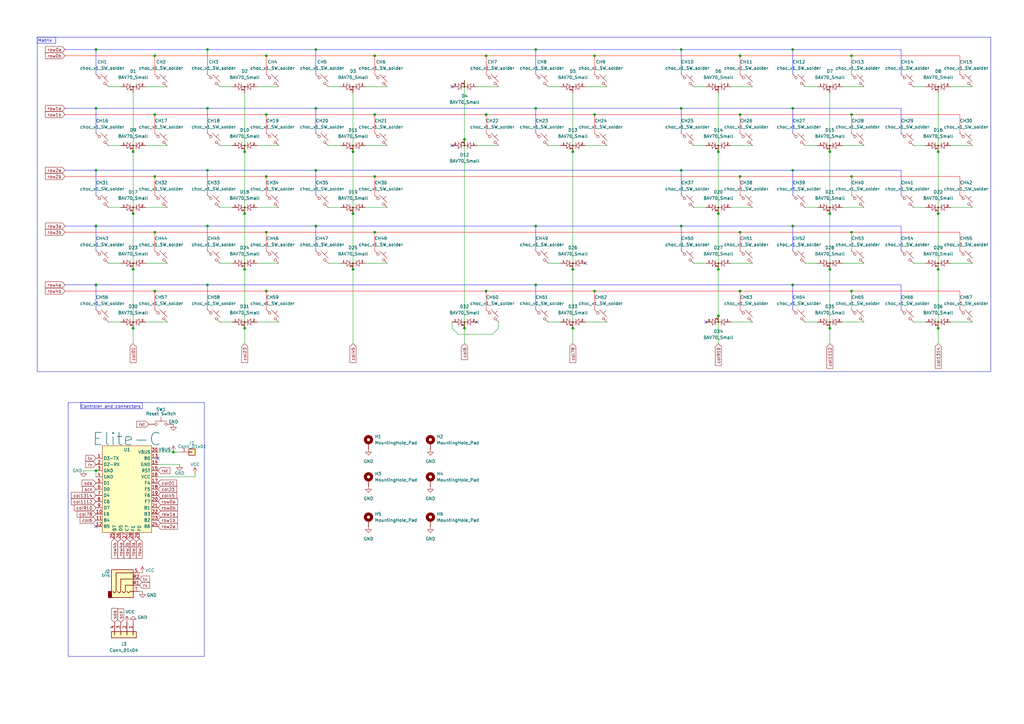
<source format=kicad_sch>
(kicad_sch (version 20231120) (generator "eeschema") (generator_version "8.0")
  (paper "A3")
  (title_block (title "Vanguard TKL") (date "2024-06-26") (rev "1.0.0"))
  (lib_symbols
    (symbol "Connector_Audio:AudioJack4"
      (property "Reference" "J" (at 0 8.89 0))
      (property "Value" "AudioJack4" (at 0 6.35 0))
      (symbol "AudioJack4_1_1"
        (pin passive line (at 5.08 -2.54 180) (length 2.54) (name "~") (number "R1"))
        (pin passive line (at 5.08 0 180) (length 2.54) (name "~") (number "R2"))
        (pin passive line (at 5.08 2.54 180) (length 2.54) (name "~") (number "S"))
        (pin passive line (at 5.08 -5.08 180) (length 2.54) (name "~") (number "T"))
      )
    )
    (symbol "Connector_Generic:Conn_01x01" (pin_names (offset 1.016) hide)
      (property "Reference" "J" (at 0 2.54 0))
      (property "Value" "Conn_01x01" (at 0 -2.54 0))
      (symbol "Conn_01x01_1_1"
        (pin passive line (at -5.08 0 0) (length 3.81) (name "Pin_1") (number "1"))
      )
    )
    (symbol "Connector_Generic:Conn_01x04" (pin_names (offset 1.016) hide)
      (property "Reference" "J" (at 0 5.08 0))
      (property "Value" "Conn_01x04" (at 0 -7.62 0))
      (symbol "Conn_01x04_1_1"
        (pin passive line (at -5.08 2.54 0) (length 3.81) (name "Pin_1") (number "1"))
        (pin passive line (at -5.08 0 0) (length 3.81) (name "Pin_2") (number "2"))
        (pin passive line (at -5.08 -2.54 0) (length 3.81) (name "Pin_3") (number "3"))
        (pin passive line (at -5.08 -5.08 0) (length 3.81) (name "Pin_4") (number "4"))
      )
    )
    (symbol "Mechanical:MountingHole_Pad" (pin_numbers hide) (pin_names (offset 1.016) hide) (exclude_from_sim yes) (in_bom no)
      (property "Reference" "H" (at 0 6.35 0))
      (property "Value" "MountingHole_Pad" (at 0 4.445 0))
      (symbol "MountingHole_Pad_1_1"
        (pin input line (at 0 -2.54 90) (length 2.54) (name "1") (number "1"))
      )
    )
    (symbol "PCM_marbastlib-choc:choc_v1_SW_solder" (pin_numbers hide) (pin_names (offset 1.016) hide)
      (property "Reference" "CH" (at 3.048 1.016 0))
      (property "Value" "choc_v1_SW_solder" (at 0 -3.81 0))
      (symbol "choc_v1_SW_solder_0_1"
        (pin passive line (at -2.54 2.54 0) (length 0) (name "1") (number "1"))
        (pin passive line (at 2.54 -2.54 180) (length 0) (name "2") (number "2"))
      )
    )
    (symbol "PCM_marbastlib-promicroish:Elite-C" (in_bom no)
      (property "Reference" "U" (at 0 22.86 0))
      (property "Value" "Elite-C" (at 0 20.32 0))
      (symbol "Elite-C_0_0"
        (pin bidirectional line (at -12.7 13.97 0) (length 2.54) (name "D3-TX") (number "1"))
        (pin bidirectional line (at -12.7 -8.89 0) (length 2.54) (name "E6") (number "10"))
        (pin bidirectional line (at -12.7 -11.43 0) (length 2.54) (name "B4") (number "11"))
        (pin bidirectional line (at -12.7 -13.97 0) (length 2.54) (name "B5") (number "12"))
        (pin power_out line (at 12.7 11.43 180) (length 2.54) (name "GND") (number "14"))
        (pin bidirectional line (at 12.7 8.89 180) (length 2.54) (name "RST") (number "15"))
        (pin bidirectional line (at 12.7 3.81 180) (length 2.54) (name "F4") (number "17"))
        (pin bidirectional line (at 12.7 1.27 180) (length 2.54) (name "F5") (number "18"))
        (pin bidirectional line (at 12.7 -1.27 180) (length 2.54) (name "F6") (number "19"))
        (pin bidirectional line (at -12.7 11.43 0) (length 2.54) (name "D2-RX") (number "2"))
        (pin bidirectional line (at 12.7 -3.81 180) (length 2.54) (name "F7") (number "20"))
        (pin bidirectional line (at 12.7 -6.35 180) (length 2.54) (name "B1") (number "21"))
        (pin bidirectional line (at 12.7 -8.89 180) (length 2.54) (name "B3") (number "22"))
        (pin bidirectional line (at 12.7 -11.43 180) (length 2.54) (name "B2") (number "23"))
        (pin bidirectional line (at 12.7 -13.97 180) (length 2.54) (name "B6") (number "24"))
        (pin power_out line (at -12.7 8.89 0) (length 2.54) (name "GND") (number "3"))
        (pin power_out line (at -12.7 6.35 0) (length 2.54) (name "GND") (number "4"))
        (pin bidirectional line (at -12.7 3.81 0) (length 2.54) (name "D1") (number "5"))
        (pin bidirectional line (at -12.7 1.27 0) (length 2.54) (name "D0") (number "6"))
        (pin bidirectional line (at -12.7 -1.27 0) (length 2.54) (name "D4") (number "7"))
        (pin bidirectional line (at -12.7 -3.81 0) (length 2.54) (name "C6") (number "8"))
        (pin bidirectional line (at -12.7 -6.35 0) (length 2.54) (name "D7") (number "9"))
      )
      (symbol "Elite-C_1_0"
        (pin bidirectional line (at 12.7 13.97 180) (length 2.54) (name "B0") (number "13"))
        (pin power_out line (at 12.7 6.35 180) (length 2.54) (name "VCC") (number "16"))
        (pin bidirectional line (at -5.08 -19.05 90) (length 2.54) (name "B7") (number "25"))
        (pin bidirectional line (at -2.54 -19.05 90) (length 2.54) (name "D5") (number "26"))
        (pin bidirectional line (at 0 -19.05 90) (length 2.54) (name "C7") (number "27"))
        (pin bidirectional line (at 2.54 -19.05 90) (length 2.54) (name "F1") (number "28"))
        (pin bidirectional line (at 5.08 -19.05 90) (length 2.54) (name "F0") (number "29"))
        (pin power_in line (at 12.7 16.51 180) (length 2.54) (name "VBUS") (number "30"))
      )
    )
    (symbol "PCM_marbastlib-various:BAV70_Small" (pin_names (offset 0.762) hide)
      (property "Reference" "D" (at 0.635 -2.54 0))
      (property "Value" "BAV70_Small" (at 0 2.54 0))
      (symbol "BAV70_Small_1_1"
        (pin input line (at -5.08 0 0) (length 2.54) (name "A1") (number "1"))
        (pin input line (at 5.08 0 180) (length 2.54) (name "A2") (number "2"))
        (pin passive line (at 0 -2.54 90) (length 2.54) (name "K") (number "3"))
      )
    )
    (symbol "Switch:SW_Push" (pin_numbers hide) (pin_names (offset 1.016) hide)
      (property "Reference" "SW" (at 1.27 2.54 0))
      (property "Value" "SW_Push" (at 0 -1.524 0))
      (symbol "SW_Push_0_1"
        (pin passive line (at -5.08 0 0) (length 2.54) (name "1") (number "1"))
        (pin passive line (at 5.08 0 180) (length 2.54) (name "2") (number "2"))
      )
    )
    (symbol "power:GND" (power) (pin_numbers hide) (pin_names (offset 0) hide)
      (property "Value" "GND" (at 0 -3.81 0))
      (symbol "GND_1_1"
        (pin power_in line (at 0 0 270) (length 0) (name "~") (number "1"))
      )
    )
    (symbol "power:VBUS" (power) (pin_numbers hide) (pin_names (offset 0) hide)
      (property "Value" "VBUS" (at 0 3.556 0))
      (symbol "VBUS_1_1"
        (pin power_in line (at 0 0 90) (length 0) (name "~") (number "1"))
      )
    )
    (symbol "power:VCC" (power) (pin_numbers hide) (pin_names (offset 0) hide)
      (property "Value" "VCC" (at 0 3.556 0))
      (symbol "VCC_1_1"
        (pin power_in line (at 0 0 90) (length 0) (name "~") (number "1"))
      )
    )
  )
  (junction (at 384.81 87.63))
  (junction (at 54.61 134.62))
  (junction (at 63.5 95.25))
  (junction (at 243.84 119.38))
  (junction (at 100.33 134.62))
  (junction (at 325.12 20.32))
  (junction (at 294.64 62.23))
  (junction (at 39.37 116.84))
  (junction (at 190.5 57.15))
  (junction (at 384.81 62.23))
  (junction (at 129.54 44.45))
  (junction (at 384.81 134.62))
  (junction (at 54.61 87.63))
  (junction (at 243.84 22.86))
  (junction (at 340.36 134.62))
  (junction (at 39.37 92.71))
  (junction (at 294.64 110.49))
  (junction (at 153.67 72.39))
  (junction (at 85.09 69.85))
  (junction (at 219.71 20.32))
  (junction (at 303.53 119.38))
  (junction (at 279.4 69.85))
  (junction (at 219.71 116.84))
  (junction (at 199.39 119.38))
  (junction (at 39.37 44.45))
  (junction (at 129.54 92.71))
  (junction (at 100.33 87.63))
  (junction (at 303.53 22.86))
  (junction (at 190.5 134.62))
  (junction (at 325.12 92.71))
  (junction (at 54.61 62.23))
  (junction (at 303.53 95.25))
  (junction (at 109.22 72.39))
  (junction (at 234.95 62.23))
  (junction (at 63.5 46.99))
  (junction (at 129.54 20.32))
  (junction (at 234.95 134.62))
  (junction (at 39.37 193.04))
  (junction (at 63.5 22.86))
  (junction (at 340.36 110.49))
  (junction (at 349.25 119.38))
  (junction (at 384.81 110.49))
  (junction (at 109.22 46.99))
  (junction (at 54.61 110.49))
  (junction (at 63.5 72.39))
  (junction (at 85.09 116.84))
  (junction (at 325.12 116.84))
  (junction (at 243.84 46.99))
  (junction (at 279.4 20.32))
  (junction (at 153.67 22.86))
  (junction (at 109.22 95.25))
  (junction (at 129.54 69.85))
  (junction (at 219.71 92.71))
  (junction (at 325.12 44.45))
  (junction (at 85.09 92.71))
  (junction (at 100.33 110.49))
  (junction (at 279.4 44.45))
  (junction (at 109.22 119.38))
  (junction (at 63.5 119.38))
  (junction (at 153.67 95.25))
  (junction (at 85.09 20.32))
  (junction (at 325.12 69.85))
  (junction (at 199.39 46.99))
  (junction (at 71.12 185.42))
  (junction (at 153.67 46.99))
  (junction (at 349.25 22.86))
  (junction (at 349.25 46.99))
  (junction (at 199.39 22.86))
  (junction (at 340.36 87.63))
  (junction (at 39.37 69.85))
  (junction (at 279.4 92.71))
  (junction (at 340.36 62.23))
  (junction (at 349.25 72.39))
  (junction (at 234.95 110.49))
  (junction (at 109.22 22.86))
  (junction (at 144.78 62.23))
  (junction (at 219.71 44.45))
  (junction (at 39.37 20.32))
  (junction (at 144.78 87.63))
  (junction (at 303.53 46.99))
  (junction (at 294.64 129.54))
  (junction (at 349.25 95.25))
  (junction (at 100.33 62.23))
  (junction (at 85.09 44.45))
  (junction (at 144.78 110.49))
  (junction (at 303.53 72.39))
  (junction (at 294.64 87.63))
  (no_connect (at 185.42 35.56))
  (no_connect (at 240.03 107.95))
  (no_connect (at 289.56 132.08))
  (no_connect (at 64.77 187.96))
  (no_connect (at 195.58 132.08))
  (no_connect (at 185.42 59.69))
  (no_connect (at 39.37 215.9))
  (wire (pts (xy 90.17 85.09) (xy 95.25 85.09)))
  (wire (pts (xy 26.67 119.38) (xy 63.5 119.38)) (stroke (width 0) (color 255 0 9 1)))
  (wire (pts (xy 59.69 107.95) (xy 68.58 107.95)))
  (wire (pts (xy 294.64 87.63) (xy 294.64 110.49)))
  (wire (pts (xy 384.81 38.1) (xy 384.81 62.23)))
  (wire (pts (xy 393.7 95.25) (xy 393.7 102.87)) (stroke (width 0) (color 255 6 0 1)))
  (wire (pts (xy 325.12 20.32) (xy 369.57 20.32)) (stroke (width 0) (color 4 0 255 1)))
  (wire (pts (xy 26.67 116.84) (xy 39.37 116.84)) (stroke (width 0) (color 10 0 255 1)))
  (wire (pts (xy 54.61 110.49) (xy 54.61 134.62)))
  (wire (pts (xy 349.25 95.25) (xy 349.25 102.87)) (stroke (width 0) (color 255 6 0 1)))
  (wire (pts (xy 369.57 116.84) (xy 369.57 127)) (stroke (width 0) (color 10 0 255 1)))
  (wire (pts (xy 240.03 35.56) (xy 248.92 35.56)))
  (wire (pts (xy 325.12 20.32) (xy 325.12 30.48)) (stroke (width 0) (color 4 0 255 1)))
  (wire (pts (xy 129.54 44.45) (xy 129.54 54.61)) (stroke (width 0) (color 0 0 255 1)))
  (wire (pts (xy 384.81 62.23) (xy 384.81 87.63)))
  (wire (pts (xy 384.81 87.63) (xy 384.81 110.49)))
  (wire (pts (xy 59.69 35.56) (xy 68.58 35.56)))
  (wire (pts (xy 26.67 72.39) (xy 63.5 72.39)) (stroke (width 0) (color 255 6 0 1)))
  (wire (pts (xy 26.67 20.32) (xy 39.37 20.32)) (stroke (width 0) (color 4 0 255 1)))
  (wire (pts (xy 349.25 22.86) (xy 349.25 30.48)) (stroke (width 0) (color 255 8 0 1)))
  (wire (pts (xy 279.4 92.71) (xy 279.4 102.87)) (stroke (width 0) (color 18 6 255 1)))
  (wire (pts (xy 303.53 95.25) (xy 349.25 95.25)) (stroke (width 0) (color 255 6 0 1)))
  (wire (pts (xy 39.37 92.71) (xy 85.09 92.71)) (stroke (width 0) (color 18 6 255 1)))
  (wire (pts (xy 393.7 22.86) (xy 393.7 30.48)) (stroke (width 0) (color 255 8 0 1)))
  (wire (pts (xy 59.69 85.09) (xy 68.58 85.09)))
  (wire (pts (xy 299.72 132.08) (xy 308.61 132.08)))
  (wire (pts (xy 153.67 46.99) (xy 153.67 54.61)) (stroke (width 0) (color 255 0 7 1)))
  (wire (pts (xy 190.5 134.62) (xy 190.5 140.97)))
  (wire (pts (xy 349.25 119.38) (xy 393.7 119.38)) (stroke (width 0) (color 255 0 9 1)))
  (wire (pts (xy 374.65 59.69) (xy 379.73 59.69)))
  (wire (pts (xy 134.62 59.69) (xy 139.7 59.69)))
  (wire (pts (xy 330.2 132.08) (xy 335.28 132.08)))
  (wire (pts (xy 64.77 195.58) (xy 80.01 195.58)))
  (wire (pts (xy 299.72 107.95) (xy 308.61 107.95)))
  (wire (pts (xy 39.37 20.32) (xy 39.37 30.48)) (stroke (width 0) (color 4 0 255 1)))
  (wire (pts (xy 129.54 20.32) (xy 219.71 20.32)) (stroke (width 0) (color 4 0 255 1)))
  (wire (pts (xy 105.41 107.95) (xy 114.3 107.95)))
  (wire (pts (xy 80.01 194.31) (xy 80.01 195.58)))
  (wire (pts (xy 330.2 35.56) (xy 335.28 35.56)))
  (wire (pts (xy 85.09 116.84) (xy 219.71 116.84)) (stroke (width 0) (color 10 0 255 1)))
  (wire (pts (xy 129.54 69.85) (xy 129.54 80.01)) (stroke (width 0) (color 0 0 255 1)))
  (wire (pts (xy 325.12 69.85) (xy 369.57 69.85)) (stroke (width 0) (color 0 0 255 1)))
  (wire (pts (xy 59.69 132.08) (xy 68.58 132.08)))
  (wire (pts (xy 90.17 107.95) (xy 95.25 107.95)))
  (wire (pts (xy 219.71 20.32) (xy 219.71 30.48)) (stroke (width 0) (color 4 0 255 1)))
  (wire (pts (xy 85.09 44.45) (xy 85.09 54.61)) (stroke (width 0) (color 0 0 255 1)))
  (wire (pts (xy 63.5 72.39) (xy 63.5 80.01)) (stroke (width 0) (color 255 6 0 1)))
  (wire (pts (xy 153.67 22.86) (xy 199.39 22.86)) (stroke (width 0) (color 255 8 0 1)))
  (wire (pts (xy 330.2 107.95) (xy 335.28 107.95)))
  (wire (pts (xy 325.12 116.84) (xy 325.12 127)) (stroke (width 0) (color 10 0 255 1)))
  (wire (pts (xy 325.12 44.45) (xy 369.57 44.45)) (stroke (width 0) (color 0 0 255 1)))
  (wire (pts (xy 349.25 72.39) (xy 393.7 72.39)) (stroke (width 0) (color 255 6 0 1)))
  (wire (pts (xy 303.53 72.39) (xy 303.53 80.01)) (stroke (width 0) (color 255 6 0 1)))
  (wire (pts (xy 224.79 59.69) (xy 229.87 59.69)))
  (wire (pts (xy 90.17 59.69) (xy 95.25 59.69)))
  (wire (pts (xy 85.09 92.71) (xy 85.09 102.87)) (stroke (width 0) (color 18 6 255 1)))
  (wire (pts (xy 369.57 44.45) (xy 369.57 54.61)) (stroke (width 0) (color 0 0 255 1)))
  (wire (pts (xy 393.7 72.39) (xy 393.7 80.01)) (stroke (width 0) (color 255 6 0 1)))
  (wire (pts (xy 393.7 46.99) (xy 393.7 54.61)) (stroke (width 0) (color 255 0 7 1)))
  (wire (pts (xy 100.33 62.23) (xy 100.33 87.63)))
  (wire (pts (xy 303.53 22.86) (xy 349.25 22.86)) (stroke (width 0) (color 255 8 0 1)))
  (wire (pts (xy 109.22 22.86) (xy 109.22 30.48)) (stroke (width 0) (color 255 8 0 1)))
  (wire (pts (xy 54.61 134.62) (xy 54.61 140.97)))
  (wire (pts (xy 63.5 119.38) (xy 63.5 127)) (stroke (width 0) (color 255 0 9 1)))
  (wire (pts (xy 134.62 85.09) (xy 139.7 85.09)))
  (wire (pts (xy 374.65 35.56) (xy 379.73 35.56)))
  (wire (pts (xy 369.57 92.71) (xy 369.57 102.87)) (stroke (width 0) (color 18 6 255 1)))
  (wire (pts (xy 284.48 107.95) (xy 289.56 107.95)))
  (wire (pts (xy 153.67 72.39) (xy 153.67 80.01)) (stroke (width 0) (color 255 6 0 1)))
  (wire (pts (xy 54.61 38.1) (xy 54.61 62.23)))
  (wire (pts (xy 199.39 46.99) (xy 199.39 54.61)) (stroke (width 0) (color 255 0 7 1)))
  (wire (pts (xy 243.84 119.38) (xy 303.53 119.38)) (stroke (width 0) (color 255 0 9 1)))
  (wire (pts (xy 85.09 69.85) (xy 129.54 69.85)) (stroke (width 0) (color 0 0 255 1)))
  (wire (pts (xy 149.86 59.69) (xy 158.75 59.69)))
  (wire (pts (xy 63.5 95.25) (xy 109.22 95.25)) (stroke (width 0) (color 255 6 0 1)))
  (wire (pts (xy 349.25 46.99) (xy 393.7 46.99)) (stroke (width 0) (color 255 0 7 1)))
  (wire (pts (xy 303.53 46.99) (xy 303.53 54.61)) (stroke (width 0) (color 255 0 7 1)))
  (wire (pts (xy 109.22 119.38) (xy 199.39 119.38)) (stroke (width 0) (color 255 0 9 1)))
  (wire (pts (xy 294.64 62.23) (xy 294.64 87.63)))
  (wire (pts (xy 63.5 95.25) (xy 63.5 102.87)) (stroke (width 0) (color 255 6 0 1)))
  (wire (pts (xy 303.53 22.86) (xy 303.53 30.48)) (stroke (width 0) (color 255 8 0 1)))
  (wire (pts (xy 39.37 69.85) (xy 85.09 69.85)) (stroke (width 0) (color 0 0 255 1)))
  (wire (pts (xy 325.12 92.71) (xy 369.57 92.71)) (stroke (width 0) (color 18 6 255 1)))
  (wire (pts (xy 393.7 119.38) (xy 393.7 127)) (stroke (width 0) (color 255 0 9 1)))
  (wire (pts (xy 199.39 119.38) (xy 199.39 127)) (stroke (width 0) (color 255 0 9 1)))
  (wire (pts (xy 134.62 35.56) (xy 139.7 35.56)))
  (wire (pts (xy 349.25 22.86) (xy 393.7 22.86)) (stroke (width 0) (color 255 8 0 1)))
  (wire (pts (xy 243.84 22.86) (xy 243.84 30.48)) (stroke (width 0) (color 255 8 0 1)))
  (wire (pts (xy 243.84 22.86) (xy 303.53 22.86)) (stroke (width 0) (color 255 8 0 1)))
  (wire (pts (xy 369.57 69.85) (xy 369.57 80.01)) (stroke (width 0) (color 0 0 255 1)))
  (wire (pts (xy 389.89 107.95) (xy 398.78 107.95)))
  (wire (pts (xy 39.37 116.84) (xy 39.37 127)) (stroke (width 0) (color 10 0 255 1)))
  (wire (pts (xy 243.84 46.99) (xy 243.84 54.61)) (stroke (width 0) (color 255 0 7 1)))
  (wire (pts (xy 219.71 116.84) (xy 325.12 116.84)) (stroke (width 0) (color 10 0 255 1)))
  (wire (pts (xy 39.37 116.84) (xy 85.09 116.84)) (stroke (width 0) (color 10 0 255 1)))
  (wire (pts (xy 26.67 46.99) (xy 63.5 46.99)) (stroke (width 0) (color 255 0 7 1)))
  (wire (pts (xy 294.64 38.1) (xy 294.64 62.23)))
  (wire (pts (xy 44.45 132.08) (xy 49.53 132.08)))
  (wire (pts (xy 187.96 137.16) (xy 185.42 134.62)))
  (wire (pts (xy 149.86 35.56) (xy 158.75 35.56)))
  (wire (pts (xy 190.5 33.02) (xy 190.5 57.15)))
  (wire (pts (xy 64.77 190.5) (xy 73.66 190.5)))
  (wire (pts (xy 374.65 132.08) (xy 379.73 132.08)))
  (wire (pts (xy 374.65 85.09) (xy 379.73 85.09)))
  (wire (pts (xy 153.67 95.25) (xy 303.53 95.25)) (stroke (width 0) (color 255 6 0 1)))
  (wire (pts (xy 63.5 72.39) (xy 109.22 72.39)) (stroke (width 0) (color 255 6 0 1)))
  (wire (pts (xy 204.47 134.62) (xy 201.93 137.16)))
  (wire (pts (xy 105.41 85.09) (xy 114.3 85.09)))
  (wire (pts (xy 279.4 69.85) (xy 325.12 69.85)) (stroke (width 0) (color 0 0 255 1)))
  (wire (pts (xy 144.78 87.63) (xy 144.78 110.49)))
  (wire (pts (xy 85.09 20.32) (xy 85.09 30.48)) (stroke (width 0) (color 4 0 255 1)))
  (wire (pts (xy 279.4 20.32) (xy 325.12 20.32)) (stroke (width 0) (color 4 0 255 1)))
  (wire (pts (xy 224.79 35.56) (xy 229.87 35.56)))
  (wire (pts (xy 105.41 35.56) (xy 114.3 35.56)))
  (wire (pts (xy 219.71 44.45) (xy 219.71 54.61)) (stroke (width 0) (color 0 0 255 1)))
  (wire (pts (xy 219.71 92.71) (xy 279.4 92.71)) (stroke (width 0) (color 18 6 255 1)))
  (wire (pts (xy 44.45 85.09) (xy 49.53 85.09)))
  (wire (pts (xy 340.36 38.1) (xy 340.36 62.23)))
  (wire (pts (xy 345.44 59.69) (xy 354.33 59.69)))
  (wire (pts (xy 39.37 44.45) (xy 85.09 44.45)) (stroke (width 0) (color 0 0 255 1)))
  (wire (pts (xy 26.67 92.71) (xy 39.37 92.71)) (stroke (width 0) (color 18 6 255 1)))
  (wire (pts (xy 325.12 116.84) (xy 369.57 116.84)) (stroke (width 0) (color 10 0 255 1)))
  (wire (pts (xy 149.86 85.09) (xy 158.75 85.09)))
  (wire (pts (xy 129.54 20.32) (xy 129.54 30.48)) (stroke (width 0) (color 4 0 255 1)))
  (wire (pts (xy 109.22 72.39) (xy 153.67 72.39)) (stroke (width 0) (color 255 6 0 1)))
  (wire (pts (xy 63.5 46.99) (xy 109.22 46.99)) (stroke (width 0) (color 255 0 7 1)))
  (wire (pts (xy 34.29 193.04) (xy 39.37 193.04)))
  (wire (pts (xy 219.71 116.84) (xy 219.71 127)) (stroke (width 0) (color 10 0 255 1)))
  (wire (pts (xy 58.42 242.57) (xy 57.15 242.57)))
  (wire (pts (xy 109.22 46.99) (xy 109.22 54.61)) (stroke (width 0) (color 255 0 7 1)))
  (wire (pts (xy 85.09 20.32) (xy 129.54 20.32)) (stroke (width 0) (color 4 0 255 1)))
  (wire (pts (xy 109.22 119.38) (xy 109.22 127)) (stroke (width 0) (color 255 0 9 1)))
  (wire (pts (xy 349.25 46.99) (xy 349.25 54.61)) (stroke (width 0) (color 255 0 7 1)))
  (wire (pts (xy 279.4 44.45) (xy 279.4 54.61)) (stroke (width 0) (color 0 0 255 1)))
  (wire (pts (xy 109.22 95.25) (xy 109.22 102.87)) (stroke (width 0) (color 255 6 0 1)))
  (wire (pts (xy 144.78 110.49) (xy 144.78 140.97)))
  (wire (pts (xy 303.53 119.38) (xy 349.25 119.38)) (stroke (width 0) (color 255 0 9 1)))
  (wire (pts (xy 284.48 85.09) (xy 289.56 85.09)))
  (wire (pts (xy 44.45 35.56) (xy 49.53 35.56)))
  (wire (pts (xy 340.36 134.62) (xy 340.36 140.97)))
  (wire (pts (xy 100.33 38.1) (xy 100.33 62.23)))
  (wire (pts (xy 63.5 119.38) (xy 109.22 119.38)) (stroke (width 0) (color 255 0 9 1)))
  (wire (pts (xy 199.39 22.86) (xy 243.84 22.86)) (stroke (width 0) (color 255 8 0 1)))
  (wire (pts (xy 26.67 95.25) (xy 63.5 95.25)) (stroke (width 0) (color 255 6 0 1)))
  (wire (pts (xy 109.22 46.99) (xy 153.67 46.99)) (stroke (width 0) (color 255 0 7 1)))
  (wire (pts (xy 303.53 95.25) (xy 303.53 102.87)) (stroke (width 0) (color 255 6 0 1)))
  (wire (pts (xy 58.42 234.95) (xy 57.15 234.95)))
  (wire (pts (xy 243.84 46.99) (xy 303.53 46.99)) (stroke (width 0) (color 255 0 7 1)))
  (wire (pts (xy 349.25 119.38) (xy 349.25 127)) (stroke (width 0) (color 255 0 9 1)))
  (wire (pts (xy 26.67 44.45) (xy 39.37 44.45)) (stroke (width 0) (color 0 0 255 1)))
  (wire (pts (xy 325.12 69.85) (xy 325.12 80.01)) (stroke (width 0) (color 0 0 255 1)))
  (wire (pts (xy 303.53 119.38) (xy 303.53 127)) (stroke (width 0) (color 255 0 9 1)))
  (wire (pts (xy 144.78 62.23) (xy 144.78 87.63)))
  (wire (pts (xy 219.71 44.45) (xy 279.4 44.45)) (stroke (width 0) (color 0 0 255 1)))
  (wire (pts (xy 384.81 134.62) (xy 384.81 140.97)))
  (wire (pts (xy 199.39 22.86) (xy 199.39 30.48)) (stroke (width 0) (color 255 8 0 1)))
  (wire (pts (xy 109.22 95.25) (xy 153.67 95.25)) (stroke (width 0) (color 255 6 0 1)))
  (wire (pts (xy 109.22 72.39) (xy 109.22 80.01)) (stroke (width 0) (color 255 6 0 1)))
  (wire (pts (xy 105.41 132.08) (xy 114.3 132.08)))
  (wire (pts (xy 195.58 59.69) (xy 204.47 59.69)))
  (wire (pts (xy 345.44 35.56) (xy 354.33 35.56)))
  (wire (pts (xy 71.12 185.42) (xy 64.77 185.42)))
  (wire (pts (xy 85.09 69.85) (xy 85.09 80.01)) (stroke (width 0) (color 0 0 255 1)))
  (wire (pts (xy 129.54 92.71) (xy 219.71 92.71)) (stroke (width 0) (color 18 6 255 1)))
  (wire (pts (xy 109.22 22.86) (xy 153.67 22.86)) (stroke (width 0) (color 255 8 0 1)))
  (wire (pts (xy 39.37 193.04) (xy 39.37 195.58)))
  (wire (pts (xy 199.39 46.99) (xy 243.84 46.99)) (stroke (width 0) (color 255 0 7 1)))
  (wire (pts (xy 39.37 92.71) (xy 39.37 102.87)) (stroke (width 0) (color 18 6 255 1)))
  (wire (pts (xy 349.25 72.39) (xy 349.25 80.01)) (stroke (width 0) (color 255 6 0 1)))
  (wire (pts (xy 345.44 85.09) (xy 354.33 85.09)))
  (wire (pts (xy 279.4 69.85) (xy 279.4 80.01)) (stroke (width 0) (color 0 0 255 1)))
  (wire (pts (xy 85.09 44.45) (xy 129.54 44.45)) (stroke (width 0) (color 0 0 255 1)))
  (wire (pts (xy 26.67 69.85) (xy 39.37 69.85)) (stroke (width 0) (color 0 0 255 1)))
  (wire (pts (xy 54.61 87.63) (xy 54.61 110.49)))
  (wire (pts (xy 129.54 44.45) (xy 219.71 44.45)) (stroke (width 0) (color 0 0 255 1)))
  (wire (pts (xy 85.09 116.84) (xy 85.09 127)) (stroke (width 0) (color 10 0 255 1)))
  (wire (pts (xy 340.36 87.63) (xy 340.36 110.49)))
  (wire (pts (xy 129.54 69.85) (xy 279.4 69.85)) (stroke (width 0) (color 0 0 255 1)))
  (wire (pts (xy 389.89 35.56) (xy 398.78 35.56)))
  (wire (pts (xy 201.93 137.16) (xy 187.96 137.16)))
  (wire (pts (xy 389.89 85.09) (xy 398.78 85.09)))
  (wire (pts (xy 240.03 132.08) (xy 248.92 132.08)))
  (wire (pts (xy 299.72 85.09) (xy 308.61 85.09)))
  (wire (pts (xy 374.65 107.95) (xy 379.73 107.95)))
  (wire (pts (xy 279.4 92.71) (xy 325.12 92.71)) (stroke (width 0) (color 18 6 255 1)))
  (wire (pts (xy 369.57 20.32) (xy 369.57 30.48)) (stroke (width 0) (color 4 0 255 1)))
  (wire (pts (xy 190.5 57.15) (xy 190.5 134.62)))
  (wire (pts (xy 219.71 92.71) (xy 219.71 102.87)) (stroke (width 0) (color 18 6 255 1)))
  (wire (pts (xy 279.4 44.45) (xy 325.12 44.45)) (stroke (width 0) (color 0 0 255 1)))
  (wire (pts (xy 284.48 35.56) (xy 289.56 35.56)))
  (wire (pts (xy 219.71 20.32) (xy 279.4 20.32)) (stroke (width 0) (color 4 0 255 1)))
  (wire (pts (xy 153.67 95.25) (xy 153.67 102.87)) (stroke (width 0) (color 255 6 0 1)))
  (wire (pts (xy 243.84 119.38) (xy 243.84 127)) (stroke (width 0) (color 255 0 9 1)))
  (wire (pts (xy 389.89 132.08) (xy 398.78 132.08)))
  (wire (pts (xy 340.36 110.49) (xy 340.36 134.62)))
  (wire (pts (xy 100.33 110.49) (xy 100.33 134.62)))
  (wire (pts (xy 234.95 62.23) (xy 234.95 110.49)))
  (wire (pts (xy 100.33 134.62) (xy 100.33 140.97)))
  (wire (pts (xy 153.67 22.86) (xy 153.67 30.48)) (stroke (width 0) (color 255 8 0 1)))
  (wire (pts (xy 389.89 59.69) (xy 398.78 59.69)))
  (wire (pts (xy 73.66 185.42) (xy 71.12 185.42)))
  (wire (pts (xy 144.78 38.1) (xy 144.78 62.23)))
  (wire (pts (xy 39.37 69.85) (xy 39.37 80.01)) (stroke (width 0) (color 0 0 255 1)))
  (wire (pts (xy 39.37 20.32) (xy 85.09 20.32)) (stroke (width 0) (color 4 0 255 1)))
  (wire (pts (xy 26.67 22.86) (xy 63.5 22.86)) (stroke (width 0) (color 255 8 0 1)))
  (wire (pts (xy 330.2 59.69) (xy 335.28 59.69)))
  (wire (pts (xy 325.12 92.71) (xy 325.12 102.87)) (stroke (width 0) (color 18 6 255 1)))
  (wire (pts (xy 153.67 46.99) (xy 199.39 46.99)) (stroke (width 0) (color 255 0 7 1)))
  (wire (pts (xy 345.44 107.95) (xy 354.33 107.95)))
  (wire (pts (xy 105.41 59.69) (xy 114.3 59.69)))
  (wire (pts (xy 240.03 59.69) (xy 248.92 59.69)))
  (wire (pts (xy 59.69 59.69) (xy 68.58 59.69)))
  (wire (pts (xy 63.5 46.99) (xy 63.5 54.61)) (stroke (width 0) (color 255 0 7 1)))
  (wire (pts (xy 234.95 134.62) (xy 234.95 140.97)))
  (wire (pts (xy 330.2 85.09) (xy 335.28 85.09)))
  (wire (pts (xy 90.17 35.56) (xy 95.25 35.56)))
  (wire (pts (xy 384.81 110.49) (xy 384.81 134.62)))
  (wire (pts (xy 85.09 92.71) (xy 129.54 92.71)) (stroke (width 0) (color 18 6 255 1)))
  (wire (pts (xy 129.54 92.71) (xy 129.54 102.87)) (stroke (width 0) (color 18 6 255 1)))
  (wire (pts (xy 299.72 35.56) (xy 308.61 35.56)))
  (wire (pts (xy 294.64 129.54) (xy 294.64 140.97)))
  (wire (pts (xy 303.53 46.99) (xy 349.25 46.99)) (stroke (width 0) (color 255 0 7 1)))
  (wire (pts (xy 153.67 72.39) (xy 303.53 72.39)) (stroke (width 0) (color 255 6 0 1)))
  (wire (pts (xy 234.95 38.1) (xy 234.95 62.23)))
  (wire (pts (xy 224.79 132.08) (xy 229.87 132.08)))
  (wire (pts (xy 284.48 59.69) (xy 289.56 59.69)))
  (wire (pts (xy 39.37 44.45) (xy 39.37 54.61)) (stroke (width 0) (color 0 0 255 1)))
  (wire (pts (xy 149.86 107.95) (xy 158.75 107.95)))
  (wire (pts (xy 279.4 20.32) (xy 279.4 30.48)) (stroke (width 0) (color 4 0 255 1)))
  (wire (pts (xy 325.12 44.45) (xy 325.12 54.61)) (stroke (width 0) (color 0 0 255 1)))
  (wire (pts (xy 44.45 107.95) (xy 49.53 107.95)))
  (wire (pts (xy 44.45 59.69) (xy 49.53 59.69)))
  (wire (pts (xy 63.5 22.86) (xy 109.22 22.86)) (stroke (width 0) (color 255 8 0 1)))
  (wire (pts (xy 234.95 110.49) (xy 234.95 134.62)))
  (wire (pts (xy 90.17 132.08) (xy 95.25 132.08)))
  (wire (pts (xy 185.42 132.08) (xy 185.42 134.62)))
  (wire (pts (xy 299.72 59.69) (xy 308.61 59.69)))
  (wire (pts (xy 349.25 95.25) (xy 393.7 95.25)) (stroke (width 0) (color 255 6 0 1)))
  (wire (pts (xy 63.5 22.86) (xy 63.5 30.48)) (stroke (width 0) (color 255 8 0 1)))
  (wire (pts (xy 303.53 72.39) (xy 349.25 72.39)) (stroke (width 0) (color 255 6 0 1)))
  (wire (pts (xy 204.47 132.08) (xy 204.47 134.62)))
  (wire (pts (xy 340.36 62.23) (xy 340.36 87.63)))
  (wire (pts (xy 199.39 119.38) (xy 243.84 119.38)) (stroke (width 0) (color 255 0 9 1)))
  (wire (pts (xy 345.44 132.08) (xy 354.33 132.08)))
  (wire (pts (xy 224.79 107.95) (xy 229.87 107.95)))
  (wire (pts (xy 134.62 107.95) (xy 139.7 107.95)))
  (wire (pts (xy 294.64 110.49) (xy 294.64 129.54)))
  (wire (pts (xy 100.33 87.63) (xy 100.33 110.49)))
  (wire (pts (xy 195.58 35.56) (xy 204.47 35.56)))
  (wire (pts (xy 54.61 62.23) (xy 54.61 87.63)))
  (rectangle (start 15.24 15.24) (end 406.4 152.4))
  (rectangle (start 27.94 165.1) (end 83.82 269.24))
  (rectangle (start 33.02 165.1) (end 58.42 167.64))
  (rectangle (start 15.24 15.24) (end 22.86 17.78))
  (text "Matrix\n" (at 15.494 17.526 0) (effects (font (size 1.27 1.27)) (justify left bottom)))
  (text "Controler and connectors" (at 33.02 167.64 0) (effects (font (size 1.27 1.27)) (justify left bottom)))
  (global_label "col1112" (shape input) (at 340.36 140.97 270) (property "Intersheetrefs" "${INTERSHEET_REFS}" (effects (hide yes))))
  (global_label "sda" (shape input) (at 46.99 255.27 90) (property "Intersheetrefs" "${INTERSHEET_REFS}" (effects (hide yes))))
  (global_label "row0a" (shape input) (at 26.67 20.32 180) (property "Intersheetrefs" "${INTERSHEET_REFS}" (effects (hide yes))))
  (global_label "row3b" (shape input) (at 26.67 95.25 180) (property "Intersheetrefs" "${INTERSHEET_REFS}" (effects (hide yes))))
  (global_label "col45" (shape input) (at 144.78 140.97 270) (property "Intersheetrefs" "${INTERSHEET_REFS}" (effects (hide yes))))
  (global_label "row2a" (shape input) (at 26.67 69.85 180) (property "Intersheetrefs" "${INTERSHEET_REFS}" (effects (hide yes))))
  (global_label "row4a" (shape input) (at 26.67 116.84 180) (property "Intersheetrefs" "${INTERSHEET_REFS}" (effects (hide yes))))
  (global_label "row2a" (shape input) (at 64.77 215.9 0) (property "Intersheetrefs" "${INTERSHEET_REFS}" (effects (hide yes))))
  (global_label "sck" (shape input) (at 49.53 255.27 90) (property "Intersheetrefs" "${INTERSHEET_REFS}" (effects (hide yes))))
  (global_label "row4b" (shape input) (at 46.99 220.98 270) (property "Intersheetrefs" "${INTERSHEET_REFS}" (effects (hide yes))))
  (global_label "col45" (shape input) (at 64.77 203.2 0) (property "Intersheetrefs" "${INTERSHEET_REFS}" (effects (hide yes))))
  (global_label "rst" (shape input) (at 60.96 173.99 180) (property "Intersheetrefs" "${INTERSHEET_REFS}" (effects (hide yes))))
  (global_label "col78" (shape input) (at 234.95 140.97 270) (property "Intersheetrefs" "${INTERSHEET_REFS}" (effects (hide yes))))
  (global_label "col910" (shape input) (at 294.64 140.97 270) (property "Intersheetrefs" "${INTERSHEET_REFS}" (effects (hide yes))))
  (global_label "row1a" (shape input) (at 26.67 44.45 180) (property "Intersheetrefs" "${INTERSHEET_REFS}" (effects (hide yes))))
  (global_label "tx" (shape input) (at 57.15 237.49 0) (property "Intersheetrefs" "${INTERSHEET_REFS}" (effects (hide yes))))
  (global_label "tx" (shape input) (at 39.37 187.96 180) (property "Intersheetrefs" "${INTERSHEET_REFS}" (effects (hide yes))))
  (global_label "row3a" (shape input) (at 26.67 92.71 180) (property "Intersheetrefs" "${INTERSHEET_REFS}" (effects (hide yes))))
  (global_label "col6" (shape input) (at 190.5 140.97 270) (property "Intersheetrefs" "${INTERSHEET_REFS}" (effects (hide yes))))
  (global_label "row4b" (shape input) (at 26.67 119.38 180) (property "Intersheetrefs" "${INTERSHEET_REFS}" (effects (hide yes))))
  (global_label "rx" (shape input) (at 39.37 190.5 180) (property "Intersheetrefs" "${INTERSHEET_REFS}" (effects (hide yes))))
  (global_label "row4a" (shape input) (at 49.53 220.98 270) (property "Intersheetrefs" "${INTERSHEET_REFS}" (effects (hide yes))))
  (global_label "col1112" (shape input) (at 39.37 205.74 180) (property "Intersheetrefs" "${INTERSHEET_REFS}" (effects (hide yes))))
  (global_label "col01" (shape input) (at 54.61 140.97 270) (property "Intersheetrefs" "${INTERSHEET_REFS}" (effects (hide yes))))
  (global_label "col6" (shape input) (at 39.37 213.36 180) (property "Intersheetrefs" "${INTERSHEET_REFS}" (effects (hide yes))))
  (global_label "sck" (shape input) (at 39.37 200.66 180) (property "Intersheetrefs" "${INTERSHEET_REFS}" (effects (hide yes))))
  (global_label "row1b" (shape input) (at 26.67 46.99 180) (property "Intersheetrefs" "${INTERSHEET_REFS}" (effects (hide yes))))
  (global_label "rx" (shape input) (at 57.15 240.03 0) (property "Intersheetrefs" "${INTERSHEET_REFS}" (effects (hide yes))))
  (global_label "row0b" (shape input) (at 26.67 22.86 180) (property "Intersheetrefs" "${INTERSHEET_REFS}" (effects (hide yes))))
  (global_label "col01" (shape input) (at 64.77 198.12 0) (property "Intersheetrefs" "${INTERSHEET_REFS}" (effects (hide yes))))
  (global_label "row2b" (shape input) (at 26.67 72.39 180) (property "Intersheetrefs" "${INTERSHEET_REFS}" (effects (hide yes))))
  (global_label "col910" (shape input) (at 39.37 208.28 180) (property "Intersheetrefs" "${INTERSHEET_REFS}" (effects (hide yes))))
  (global_label "col78" (shape input) (at 39.37 210.82 180) (property "Intersheetrefs" "${INTERSHEET_REFS}" (effects (hide yes))))
  (global_label "row2b" (shape input) (at 57.15 220.98 270) (property "Intersheetrefs" "${INTERSHEET_REFS}" (effects (hide yes))))
  (global_label "row0b" (shape input) (at 64.77 208.28 0) (property "Intersheetrefs" "${INTERSHEET_REFS}" (effects (hide yes))))
  (global_label "row1b" (shape input) (at 64.77 213.36 0) (property "Intersheetrefs" "${INTERSHEET_REFS}" (effects (hide yes))))
  (global_label "row1a" (shape input) (at 64.77 210.82 0) (property "Intersheetrefs" "${INTERSHEET_REFS}" (effects (hide yes))))
  (global_label "col23" (shape input) (at 100.33 140.97 270) (property "Intersheetrefs" "${INTERSHEET_REFS}" (effects (hide yes))))
  (global_label "row3b" (shape input) (at 52.07 220.98 270) (property "Intersheetrefs" "${INTERSHEET_REFS}" (effects (hide yes))))
  (global_label "col23" (shape input) (at 64.77 200.66 0) (property "Intersheetrefs" "${INTERSHEET_REFS}" (effects (hide yes))))
  (global_label "col1314" (shape input) (at 384.81 140.97 270) (property "Intersheetrefs" "${INTERSHEET_REFS}" (effects (hide yes))))
  (global_label "sda" (shape input) (at 39.37 198.12 180) (property "Intersheetrefs" "${INTERSHEET_REFS}" (effects (hide yes))))
  (global_label "row3a" (shape input) (at 54.61 220.98 270) (property "Intersheetrefs" "${INTERSHEET_REFS}" (effects (hide yes))))
  (global_label "col1314" (shape input) (at 39.37 203.2 180) (property "Intersheetrefs" "${INTERSHEET_REFS}" (effects (hide yes))))
  (global_label "row0a" (shape input) (at 64.77 205.74 0) (property "Intersheetrefs" "${INTERSHEET_REFS}" (effects (hide yes))))
  (global_label "rst" (shape input) (at 64.77 193.04 0) (property "Intersheetrefs" "${INTERSHEET_REFS}" (effects (hide yes))))
  (symbol (lib_id "PCM_marbastlib-choc:choc_v1_SW_solder") (at 306.07 105.41 0) (unit 1)
    (property "Reference" "CH51" (at 306.07 97.79 0))
    (property "Value" "choc_v1_SW_solder" (at 306.07 100.33 0))
    (property "Footprint" "PCM_marbastlib-choc:SW_choc_v1_1u" (effects (hide yes)))
    (property "Description" "Push button switch, normally open, two pins, 45° tilted" (effects (hide yes)))
  )
  (symbol (lib_id "PCM_marbastlib-choc:choc_v1_SW_solder") (at 201.93 57.15 0) (unit 1)
    (property "Reference" "CH22" (at 201.93 49.53 0))
    (property "Value" "choc_v1_SW_solder" (at 201.93 52.07 0))
    (property "Footprint" "PCM_marbastlib-choc:SW_choc_v1_1u" (effects (hide yes)))
    (property "Description" "Push button switch, normally open, two pins, 45° tilted" (effects (hide yes)))
  )
  (symbol (lib_id "PCM_marbastlib-choc:choc_v1_SW_solder") (at 111.76 105.41 0) (unit 1)
    (property "Reference" "CH46" (at 111.76 97.79 0))
    (property "Value" "choc_v1_SW_solder" (at 111.76 100.33 0))
    (property "Footprint" "PCM_marbastlib-choc:SW_choc_v1_1u" (effects (hide yes)))
    (property "Description" "Push button switch, normally open, two pins, 45° tilted" (effects (hide yes)))
  )
  (symbol (lib_id "PCM_marbastlib-various:BAV70_Small") (at 190.5 132.08 0) (unit 1)
    (property "Reference" "D32" (at 190.5 125.73 0))
    (property "Value" "BAV70_Small" (at 190.5 128.27 0))
    (property "Footprint" "Package_TO_SOT_SMD:SOT-23" (effects (hide yes)))
    (property "Datasheet" "https://assets.nexperia.com/documents/data-sheet/BAV70_SER.pdf" (effects (hide yes)))
    (property "Description" "Dual 100V 215mA high-speed switching diodes, common cathode, SOT-23" (effects (hide yes)))
  )
  (symbol (lib_id "PCM_marbastlib-choc:choc_v1_SW_solder") (at 201.93 129.54 0) (unit 1)
    (property "Reference" "CH60" (at 201.93 121.92 0))
    (property "Value" "choc_v1_SW_solder" (at 201.93 124.46 0))
    (property "Footprint" "PCM_marbastlib-choc:SW_choc_v1_1u" (effects (hide yes)))
    (property "Description" "Push button switch, normally open, two pins, 45° tilted" (effects (hide yes)))
  )
  (symbol (lib_id "PCM_marbastlib-choc:choc_v1_SW_solder") (at 87.63 129.54 0) (unit 1)
    (property "Reference" "CH58" (at 87.63 121.92 0))
    (property "Value" "choc_v1_SW_solder" (at 87.63 124.46 0))
    (property "Footprint" "PCM_marbastlib-choc:SW_choc_v1_1u" (effects (hide yes)))
    (property "Description" "Push button switch, normally open, two pins, 45° tilted" (effects (hide yes)))
  )
  (symbol (lib_id "PCM_marbastlib-choc:choc_v1_SW_solder") (at 327.66 57.15 0) (unit 1)
    (property "Reference" "CH27" (at 327.66 49.53 0))
    (property "Value" "choc_v1_SW_solder" (at 327.66 52.07 0))
    (property "Footprint" "PCM_marbastlib-choc:SW_choc_v1_1u" (effects (hide yes)))
    (property "Description" "Push button switch, normally open, two pins, 45° tilted" (effects (hide yes)))
  )
  (symbol (lib_id "PCM_marbastlib-choc:choc_v1_SW_solder") (at 281.94 33.02 0) (unit 1)
    (property "Reference" "CH10" (at 281.94 25.4 0))
    (property "Value" "choc_v1_SW_solder" (at 281.94 27.94 0))
    (property "Footprint" "PCM_marbastlib-choc:SW_choc_v1_1u" (effects (hide yes)))
    (property "Description" "Push button switch, normally open, two pins, 45° tilted" (effects (hide yes)))
  )
  (symbol (lib_id "PCM_marbastlib-choc:choc_v1_SW_solder") (at 306.07 33.02 0) (unit 1)
    (property "Reference" "CH11" (at 306.07 25.4 0))
    (property "Value" "choc_v1_SW_solder" (at 306.07 27.94 0))
    (property "Footprint" "PCM_marbastlib-choc:SW_choc_v1_1u" (effects (hide yes)))
    (property "Description" "Push button switch, normally open, two pins, 45° tilted" (effects (hide yes)))
  )
  (symbol (lib_id "PCM_marbastlib-choc:choc_v1_SW_solder") (at 351.79 105.41 0) (unit 1)
    (property "Reference" "CH53" (at 351.79 97.79 0))
    (property "Value" "choc_v1_SW_solder" (at 351.79 100.33 0))
    (property "Footprint" "PCM_marbastlib-choc:SW_choc_v1_1u" (effects (hide yes)))
    (property "Description" "Push button switch, normally open, two pins, 45° tilted" (effects (hide yes)))
  )
  (symbol (lib_id "PCM_marbastlib-various:BAV70_Small") (at 294.64 35.56 0) (unit 1)
    (property "Reference" "D6" (at 294.64 29.21 0))
    (property "Value" "BAV70_Small" (at 294.64 31.75 0))
    (property "Footprint" "Package_TO_SOT_SMD:SOT-23" (effects (hide yes)))
    (property "Datasheet" "https://assets.nexperia.com/documents/data-sheet/BAV70_SER.pdf" (effects (hide yes)))
    (property "Description" "Dual 100V 215mA high-speed switching diodes, common cathode, SOT-23" (effects (hide yes)))
  )
  (symbol (lib_id "Mechanical:MountingHole_Pad") (at 151.13 213.36 0) (unit 1) (exclude_from_sim yes) (in_bom no)
    (property "Reference" "H5" (at 153.67 210.8199 0) (effects (justify left)))
    (property "Value" "MountingHole_Pad" (at 153.67 213.3599 0) (effects (justify left)))
    (property "Footprint" "MountingHole:MountingHole_2.2mm_M2_DIN965_Pad" (effects (hide yes)))
    (property "Description" "Mounting Hole with connection" (effects (hide yes)))
  )
  (symbol (lib_id "PCM_marbastlib-choc:choc_v1_SW_solder") (at 246.38 33.02 0) (unit 1)
    (property "Reference" "CH9" (at 246.38 25.4 0))
    (property "Value" "choc_v1_SW_solder" (at 246.38 27.94 0))
    (property "Footprint" "PCM_marbastlib-choc:SW_choc_v1_1u" (effects (hide yes)))
    (property "Description" "Push button switch, normally open, two pins, 45° tilted" (effects (hide yes)))
  )
  (symbol (lib_id "PCM_marbastlib-choc:choc_v1_SW_solder") (at 327.66 105.41 0) (unit 1)
    (property "Reference" "CH52" (at 327.66 97.79 0))
    (property "Value" "choc_v1_SW_solder" (at 327.66 100.33 0))
    (property "Footprint" "PCM_marbastlib-choc:SW_choc_v1_1u" (effects (hide yes)))
    (property "Description" "Push button switch, normally open, two pins, 45° tilted" (effects (hide yes)))
  )
  (symbol (lib_id "PCM_marbastlib-choc:choc_v1_SW_solder") (at 66.04 57.15 0) (unit 1)
    (property "Reference" "CH17" (at 66.04 49.53 0))
    (property "Value" "choc_v1_SW_solder" (at 66.04 52.07 0))
    (property "Footprint" "PCM_marbastlib-choc:SW_choc_v1_1u" (effects (hide yes)))
    (property "Description" "Push button switch, normally open, two pins, 45° tilted" (effects (hide yes)))
  )
  (symbol (lib_id "PCM_marbastlib-various:BAV70_Small") (at 144.78 59.69 0) (unit 1)
    (property "Reference" "D11" (at 144.78 53.34 0))
    (property "Value" "BAV70_Small" (at 144.78 55.88 0))
    (property "Footprint" "Package_TO_SOT_SMD:SOT-23" (effects (hide yes)))
    (property "Datasheet" "https://assets.nexperia.com/documents/data-sheet/BAV70_SER.pdf" (effects (hide yes)))
    (property "Description" "Dual 100V 215mA high-speed switching diodes, common cathode, SOT-23" (effects (hide yes)))
  )
  (symbol (lib_id "power:GND") (at 176.53 215.9 0) (unit 1)
    (property "Reference" "#PWR015" (effects (hide yes)))
    (property "Value" "GND" (at 176.53 220.98 0))
    (property "Description" "Power symbol creates a global label with name \"GND\" , ground" (effects (hide yes)))
  )
  (symbol (lib_id "PCM_marbastlib-various:BAV70_Small") (at 190.5 35.56 180) (unit 1)
    (property "Reference" "D4" (at 190.5 39.37 0))
    (property "Value" "BAV70_Small" (at 190.5 41.91 0))
    (property "Footprint" "Package_TO_SOT_SMD:SOT-23" (effects (hide yes)))
    (property "Datasheet" "https://assets.nexperia.com/documents/data-sheet/BAV70_SER.pdf" (effects (hide yes)))
    (property "Description" "Dual 100V 215mA high-speed switching diodes, common cathode, SOT-23" (effects (hide yes)))
  )
  (symbol (lib_id "PCM_marbastlib-various:BAV70_Small") (at 144.78 107.95 0) (unit 1)
    (property "Reference" "D25" (at 144.78 101.6 0))
    (property "Value" "BAV70_Small" (at 144.78 104.14 0))
    (property "Footprint" "Package_TO_SOT_SMD:SOT-23" (effects (hide yes)))
    (property "Datasheet" "https://assets.nexperia.com/documents/data-sheet/BAV70_SER.pdf" (effects (hide yes)))
    (property "Description" "Dual 100V 215mA high-speed switching diodes, common cathode, SOT-23" (effects (hide yes)))
  )
  (symbol (lib_id "PCM_marbastlib-various:BAV70_Small") (at 234.95 132.08 0) (unit 1)
    (property "Reference" "D33" (at 234.95 125.73 0))
    (property "Value" "BAV70_Small" (at 234.95 128.27 0))
    (property "Footprint" "Package_TO_SOT_SMD:SOT-23" (effects (hide yes)))
    (property "Datasheet" "https://assets.nexperia.com/documents/data-sheet/BAV70_SER.pdf" (effects (hide yes)))
    (property "Description" "Dual 100V 215mA high-speed switching diodes, common cathode, SOT-23" (effects (hide yes)))
  )
  (symbol (lib_id "power:VCC") (at 80.01 194.31 0) (unit 1)
    (property "Reference" "#PWR04" (effects (hide yes)))
    (property "Value" "VCC" (at 80.01 190.5 0))
    (property "Description" "Power symbol creates a global label with name \"VCC\"" (effects (hide yes)))
  )
  (symbol (lib_id "PCM_marbastlib-choc:choc_v1_SW_solder") (at 396.24 129.54 0) (unit 1)
    (property "Reference" "CH67" (at 396.24 121.92 0))
    (property "Value" "choc_v1_SW_solder" (at 396.24 124.46 0))
    (property "Footprint" "PCM_marbastlib-choc:SW_choc_v1_1u" (effects (hide yes)))
    (property "Description" "Push button switch, normally open, two pins, 45° tilted" (effects (hide yes)))
  )
  (symbol (lib_id "PCM_marbastlib-various:BAV70_Small") (at 384.81 59.69 0) (unit 1)
    (property "Reference" "D16" (at 384.81 53.34 0))
    (property "Value" "BAV70_Small" (at 384.81 55.88 0))
    (property "Footprint" "Package_TO_SOT_SMD:SOT-23" (effects (hide yes)))
    (property "Datasheet" "https://assets.nexperia.com/documents/data-sheet/BAV70_SER.pdf" (effects (hide yes)))
    (property "Description" "Dual 100V 215mA high-speed switching diodes, common cathode, SOT-23" (effects (hide yes)))
  )
  (symbol (lib_id "PCM_marbastlib-choc:choc_v1_SW_solder") (at 281.94 57.15 0) (unit 1)
    (property "Reference" "CH25" (at 281.94 49.53 0))
    (property "Value" "choc_v1_SW_solder" (at 281.94 52.07 0))
    (property "Footprint" "PCM_marbastlib-choc:SW_choc_v1_1u" (effects (hide yes)))
    (property "Description" "Push button switch, normally open, two pins, 45° tilted" (effects (hide yes)))
  )
  (symbol (lib_id "power:GND") (at 176.53 199.39 0) (unit 1)
    (property "Reference" "#PWR013" (effects (hide yes)))
    (property "Value" "GND" (at 176.53 204.47 0))
    (property "Description" "Power symbol creates a global label with name \"GND\" , ground" (effects (hide yes)))
  )
  (symbol (lib_id "PCM_marbastlib-various:BAV70_Small") (at 234.95 35.56 0) (unit 1)
    (property "Reference" "D5" (at 234.95 29.21 0))
    (property "Value" "BAV70_Small" (at 234.95 31.75 0))
    (property "Footprint" "Package_TO_SOT_SMD:SOT-23" (effects (hide yes)))
    (property "Datasheet" "https://assets.nexperia.com/documents/data-sheet/BAV70_SER.pdf" (effects (hide yes)))
    (property "Description" "Dual 100V 215mA high-speed switching diodes, common cathode, SOT-23" (effects (hide yes)))
  )
  (symbol (lib_id "PCM_marbastlib-choc:choc_v1_SW_solder") (at 222.25 129.54 0) (unit 1)
    (property "Reference" "CH61" (at 222.25 121.92 0))
    (property "Value" "choc_v1_SW_solder" (at 222.25 124.46 0))
    (property "Footprint" "PCM_marbastlib-choc:SW_choc_v1_1u" (effects (hide yes)))
    (property "Description" "Push button switch, normally open, two pins, 45° tilted" (effects (hide yes)))
  )
  (symbol (lib_id "PCM_marbastlib-choc:choc_v1_SW_solder") (at 156.21 33.02 0) (unit 1)
    (property "Reference" "CH6" (at 156.21 25.4 0))
    (property "Value" "choc_v1_SW_solder" (at 156.21 27.94 0))
    (property "Footprint" "PCM_marbastlib-choc:SW_choc_v1_1u" (effects (hide yes)))
    (property "Description" "Push button switch, normally open, two pins, 45° tilted" (effects (hide yes)))
  )
  (symbol (lib_id "PCM_marbastlib-choc:choc_v1_SW_solder") (at 372.11 57.15 0) (unit 1)
    (property "Reference" "CH29" (at 372.11 49.53 0))
    (property "Value" "choc_v1_SW_solder" (at 372.11 52.07 0))
    (property "Footprint" "PCM_marbastlib-choc:SW_choc_v1_1u" (effects (hide yes)))
    (property "Description" "Push button switch, normally open, two pins, 45° tilted" (effects (hide yes)))
  )
  (symbol (lib_id "PCM_marbastlib-choc:choc_v1_SW_solder") (at 372.11 105.41 0) (unit 1)
    (property "Reference" "CH54" (at 372.11 97.79 0))
    (property "Value" "choc_v1_SW_solder" (at 372.11 100.33 0))
    (property "Footprint" "PCM_marbastlib-choc:SW_choc_v1_1u" (effects (hide yes)))
    (property "Description" "Push button switch, normally open, two pins, 45° tilted" (effects (hide yes)))
  )
  (symbol (lib_id "PCM_marbastlib-choc:choc_v1_SW_solder") (at 372.11 82.55 0) (unit 1)
    (property "Reference" "CH41" (at 372.11 74.93 0))
    (property "Value" "choc_v1_SW_solder" (at 372.11 77.47 0))
    (property "Footprint" "PCM_marbastlib-choc:SW_choc_v1_1u" (effects (hide yes)))
    (property "Description" "Push button switch, normally open, two pins, 45° tilted" (effects (hide yes)))
  )
  (symbol (lib_id "PCM_marbastlib-choc:choc_v1_SW_solder") (at 132.08 82.55 0) (unit 1)
    (property "Reference" "CH35" (at 132.08 74.93 0))
    (property "Value" "choc_v1_SW_solder" (at 132.08 77.47 0))
    (property "Footprint" "PCM_marbastlib-choc:SW_choc_v1_1u" (effects (hide yes)))
    (property "Description" "Push button switch, normally open, two pins, 45° tilted" (effects (hide yes)))
  )
  (symbol (lib_id "PCM_marbastlib-choc:choc_v1_SW_solder") (at 327.66 33.02 0) (unit 1)
    (property "Reference" "CH12" (at 327.66 25.4 0))
    (property "Value" "choc_v1_SW_solder" (at 327.66 27.94 0))
    (property "Footprint" "PCM_marbastlib-choc:SW_choc_v1_1u" (effects (hide yes)))
    (property "Description" "Push button switch, normally open, two pins, 45° tilted" (effects (hide yes)))
  )
  (symbol (lib_id "PCM_marbastlib-choc:choc_v1_SW_solder") (at 87.63 82.55 0) (unit 1)
    (property "Reference" "CH33" (at 87.63 74.93 0))
    (property "Value" "choc_v1_SW_solder" (at 87.63 77.47 0))
    (property "Footprint" "PCM_marbastlib-choc:SW_choc_v1_1u" (effects (hide yes)))
    (property "Description" "Push button switch, normally open, two pins, 45° tilted" (effects (hide yes)))
  )
  (symbol (lib_id "power:GND") (at 71.12 173.99 0) (unit 1)
    (property "Reference" "#PWR01" (effects (hide yes)))
    (property "Value" "GND" (at 71.12 172.974 0))
    (property "Description" "Power symbol creates a global label with name \"GND\" , ground" (effects (hide yes)))
  )
  (symbol (lib_id "PCM_marbastlib-choc:choc_v1_SW_solder") (at 111.76 33.02 0) (unit 1)
    (property "Reference" "CH4" (at 111.76 25.4 0))
    (property "Value" "choc_v1_SW_solder" (at 111.76 27.94 0))
    (property "Footprint" "PCM_marbastlib-choc:SW_choc_v1_1u" (effects (hide yes)))
    (property "Description" "Push button switch, normally open, two pins, 45° tilted" (effects (hide yes)))
  )
  (symbol (lib_id "PCM_marbastlib-choc:choc_v1_SW_solder") (at 87.63 57.15 0) (unit 1)
    (property "Reference" "CH18" (at 87.63 49.53 0))
    (property "Value" "choc_v1_SW_solder" (at 87.63 52.07 0))
    (property "Footprint" "PCM_marbastlib-choc:SW_choc_v1_1u" (effects (hide yes)))
    (property "Description" "Push button switch, normally open, two pins, 45° tilted" (effects (hide yes)))
  )
  (symbol (lib_id "PCM_marbastlib-choc:choc_v1_SW_solder") (at 396.24 105.41 0) (unit 1)
    (property "Reference" "CH55" (at 396.24 97.79 0))
    (property "Value" "choc_v1_SW_solder" (at 396.24 100.33 0))
    (property "Footprint" "PCM_marbastlib-choc:SW_choc_v1_1u" (effects (hide yes)))
    (property "Description" "Push button switch, normally open, two pins, 45° tilted" (effects (hide yes)))
  )
  (symbol (lib_id "PCM_marbastlib-choc:choc_v1_SW_solder") (at 327.66 129.54 0) (unit 1)
    (property "Reference" "CH64" (at 327.66 121.92 0))
    (property "Value" "choc_v1_SW_solder" (at 327.66 124.46 0))
    (property "Footprint" "PCM_marbastlib-choc:SW_choc_v1_1u" (effects (hide yes)))
    (property "Description" "Push button switch, normally open, two pins, 45° tilted" (effects (hide yes)))
  )
  (symbol (lib_id "PCM_marbastlib-choc:choc_v1_SW_solder") (at 372.11 129.54 0) (unit 1)
    (property "Reference" "CH66" (at 372.11 121.92 0))
    (property "Value" "choc_v1_SW_solder" (at 372.11 124.46 0))
    (property "Footprint" "PCM_marbastlib-choc:SW_choc_v1_1u" (effects (hide yes)))
    (property "Description" "Push button switch, normally open, two pins, 45° tilted" (effects (hide yes)))
  )
  (symbol (lib_id "PCM_marbastlib-various:BAV70_Small") (at 384.81 132.08 0) (unit 1)
    (property "Reference" "D36" (at 384.81 125.73 0))
    (property "Value" "BAV70_Small" (at 384.81 128.27 0))
    (property "Footprint" "Package_TO_SOT_SMD:SOT-23" (effects (hide yes)))
    (property "Datasheet" "https://assets.nexperia.com/documents/data-sheet/BAV70_SER.pdf" (effects (hide yes)))
    (property "Description" "Dual 100V 215mA high-speed switching diodes, common cathode, SOT-23" (effects (hide yes)))
  )
  (symbol (lib_id "PCM_marbastlib-choc:choc_v1_SW_solder") (at 132.08 33.02 0) (unit 1)
    (property "Reference" "CH5" (at 132.08 25.4 0))
    (property "Value" "choc_v1_SW_solder" (at 132.08 27.94 0))
    (property "Footprint" "PCM_marbastlib-choc:SW_choc_v1_1u" (effects (hide yes)))
    (property "Description" "Push button switch, normally open, two pins, 45° tilted" (effects (hide yes)))
  )
  (symbol (lib_id "PCM_marbastlib-various:BAV70_Small") (at 340.36 85.09 0) (unit 1)
    (property "Reference" "D21" (at 340.36 78.74 0))
    (property "Value" "BAV70_Small" (at 340.36 81.28 0))
    (property "Footprint" "Package_TO_SOT_SMD:SOT-23" (effects (hide yes)))
    (property "Datasheet" "https://assets.nexperia.com/documents/data-sheet/BAV70_SER.pdf" (effects (hide yes)))
    (property "Description" "Dual 100V 215mA high-speed switching diodes, common cathode, SOT-23" (effects (hide yes)))
  )
  (symbol (lib_id "PCM_marbastlib-various:BAV70_Small") (at 54.61 85.09 0) (unit 1)
    (property "Reference" "D17" (at 54.61 78.74 0))
    (property "Value" "BAV70_Small" (at 54.61 81.28 0))
    (property "Footprint" "Package_TO_SOT_SMD:SOT-23" (effects (hide yes)))
    (property "Datasheet" "https://assets.nexperia.com/documents/data-sheet/BAV70_SER.pdf" (effects (hide yes)))
    (property "Description" "Dual 100V 215mA high-speed switching diodes, common cathode, SOT-23" (effects (hide yes)))
  )
  (symbol (lib_id "PCM_marbastlib-choc:choc_v1_SW_solder") (at 41.91 105.41 0) (unit 1)
    (property "Reference" "CH43" (at 41.91 97.79 0))
    (property "Value" "choc_v1_SW_solder" (at 41.91 100.33 0))
    (property "Footprint" "PCM_marbastlib-choc:SW_choc_v1_1u" (effects (hide yes)))
    (property "Description" "Push button switch, normally open, two pins, 45° tilted" (effects (hide yes)))
  )
  (symbol (lib_id "power:GND") (at 58.42 242.57 0) (unit 1)
    (property "Reference" "#PWR06" (effects (hide yes)))
    (property "Value" "GND" (at 62.23 244.094 0))
    (property "Description" "Power symbol creates a global label with name \"GND\" , ground" (effects (hide yes)))
  )
  (symbol (lib_id "Mechanical:MountingHole_Pad") (at 176.53 213.36 0) (unit 1) (exclude_from_sim yes) (in_bom no)
    (property "Reference" "H6" (at 179.07 210.8199 0) (effects (justify left)))
    (property "Value" "MountingHole_Pad" (at 179.07 213.3599 0) (effects (justify left)))
    (property "Footprint" "MountingHole:MountingHole_2.2mm_M2_DIN965_Pad" (effects (hide yes)))
    (property "Description" "Mounting Hole with connection" (effects (hide yes)))
  )
  (symbol (lib_id "PCM_marbastlib-various:BAV70_Small") (at 384.81 35.56 0) (unit 1)
    (property "Reference" "D8" (at 384.81 29.21 0))
    (property "Value" "BAV70_Small" (at 384.81 31.75 0))
    (property "Footprint" "Package_TO_SOT_SMD:SOT-23" (effects (hide yes)))
    (property "Datasheet" "https://assets.nexperia.com/documents/data-sheet/BAV70_SER.pdf" (effects (hide yes)))
    (property "Description" "Dual 100V 215mA high-speed switching diodes, common cathode, SOT-23" (effects (hide yes)))
  )
  (symbol (lib_id "PCM_marbastlib-choc:choc_v1_SW_solder") (at 246.38 57.15 0) (unit 1)
    (property "Reference" "CH24" (at 246.38 49.53 0))
    (property "Value" "choc_v1_SW_solder" (at 246.38 52.07 0))
    (property "Footprint" "PCM_marbastlib-choc:SW_choc_v1_1u" (effects (hide yes)))
    (property "Description" "Push button switch, normally open, two pins, 45° tilted" (effects (hide yes)))
  )
  (symbol (lib_id "PCM_marbastlib-choc:choc_v1_SW_solder") (at 87.63 33.02 0) (unit 1)
    (property "Reference" "CH3" (at 87.63 25.4 0))
    (property "Value" "choc_v1_SW_solder" (at 87.63 27.94 0))
    (property "Footprint" "PCM_marbastlib-choc:SW_choc_v1_1u" (effects (hide yes)))
    (property "Description" "Push button switch, normally open, two pins, 45° tilted" (effects (hide yes)))
  )
  (symbol (lib_id "PCM_marbastlib-various:BAV70_Small") (at 384.81 85.09 0) (unit 1)
    (property "Reference" "D22" (at 384.81 78.74 0))
    (property "Value" "BAV70_Small" (at 384.81 81.28 0))
    (property "Footprint" "Package_TO_SOT_SMD:SOT-23" (effects (hide yes)))
    (property "Datasheet" "https://assets.nexperia.com/documents/data-sheet/BAV70_SER.pdf" (effects (hide yes)))
    (property "Description" "Dual 100V 215mA high-speed switching diodes, common cathode, SOT-23" (effects (hide yes)))
  )
  (symbol (lib_id "PCM_marbastlib-choc:choc_v1_SW_solder") (at 396.24 33.02 0) (unit 1)
    (property "Reference" "CH15" (at 396.24 25.4 0))
    (property "Value" "choc_v1_SW_solder" (at 396.24 27.94 0))
    (property "Footprint" "PCM_marbastlib-choc:SW_choc_v1_1u" (effects (hide yes)))
    (property "Description" "Push button switch, normally open, two pins, 45° tilted" (effects (hide yes)))
  )
  (symbol (lib_id "PCM_marbastlib-various:BAV70_Small") (at 144.78 85.09 0) (unit 1)
    (property "Reference" "D19" (at 144.78 78.74 0))
    (property "Value" "BAV70_Small" (at 144.78 81.28 0))
    (property "Footprint" "Package_TO_SOT_SMD:SOT-23" (effects (hide yes)))
    (property "Datasheet" "https://assets.nexperia.com/documents/data-sheet/BAV70_SER.pdf" (effects (hide yes)))
    (property "Description" "Dual 100V 215mA high-speed switching diodes, common cathode, SOT-23" (effects (hide yes)))
  )
  (symbol (lib_id "PCM_marbastlib-choc:choc_v1_SW_solder") (at 351.79 82.55 0) (unit 1)
    (property "Reference" "CH40" (at 351.79 74.93 0))
    (property "Value" "choc_v1_SW_solder" (at 351.79 77.47 0))
    (property "Footprint" "PCM_marbastlib-choc:SW_choc_v1_1u" (effects (hide yes)))
    (property "Description" "Push button switch, normally open, two pins, 45° tilted" (effects (hide yes)))
  )
  (symbol (lib_id "power:GND") (at 151.13 215.9 0) (unit 1)
    (property "Reference" "#PWR014" (effects (hide yes)))
    (property "Value" "GND" (at 151.13 220.98 0))
    (property "Description" "Power symbol creates a global label with name \"GND\" , ground" (effects (hide yes)))
  )
  (symbol (lib_id "PCM_marbastlib-various:BAV70_Small") (at 54.61 59.69 0) (unit 1)
    (property "Reference" "D9" (at 54.61 53.34 0))
    (property "Value" "BAV70_Small" (at 54.61 55.88 0))
    (property "Footprint" "Package_TO_SOT_SMD:SOT-23" (effects (hide yes)))
    (property "Datasheet" "https://assets.nexperia.com/documents/data-sheet/BAV70_SER.pdf" (effects (hide yes)))
    (property "Description" "Dual 100V 215mA high-speed switching diodes, common cathode, SOT-23" (effects (hide yes)))
  )
  (symbol (lib_id "PCM_marbastlib-various:BAV70_Small") (at 294.64 132.08 180) (unit 1)
    (property "Reference" "D34" (at 294.64 135.89 0))
    (property "Value" "BAV70_Small" (at 294.64 138.43 0))
    (property "Footprint" "Package_TO_SOT_SMD:SOT-23" (effects (hide yes)))
    (property "Datasheet" "https://assets.nexperia.com/documents/data-sheet/BAV70_SER.pdf" (effects (hide yes)))
    (property "Description" "Dual 100V 215mA high-speed switching diodes, common cathode, SOT-23" (effects (hide yes)))
  )
  (symbol (lib_id "PCM_marbastlib-choc:choc_v1_SW_solder") (at 66.04 105.41 0) (unit 1)
    (property "Reference" "CH44" (at 66.04 97.79 0))
    (property "Value" "choc_v1_SW_solder" (at 66.04 100.33 0))
    (property "Footprint" "PCM_marbastlib-choc:SW_choc_v1_1u" (effects (hide yes)))
    (property "Description" "Push button switch, normally open, two pins, 45° tilted" (effects (hide yes)))
  )
  (symbol (lib_id "PCM_marbastlib-choc:choc_v1_SW_solder") (at 306.07 82.55 0) (unit 1)
    (property "Reference" "CH38" (at 306.07 74.93 0))
    (property "Value" "choc_v1_SW_solder" (at 306.07 77.47 0))
    (property "Footprint" "PCM_marbastlib-choc:SW_choc_v1_1u" (effects (hide yes)))
    (property "Description" "Push button switch, normally open, two pins, 45° tilted" (effects (hide yes)))
  )
  (symbol (lib_id "PCM_marbastlib-choc:choc_v1_SW_solder") (at 132.08 105.41 0) (unit 1)
    (property "Reference" "CH47" (at 132.08 97.79 0))
    (property "Value" "choc_v1_SW_solder" (at 132.08 100.33 0))
    (property "Footprint" "PCM_marbastlib-choc:SW_choc_v1_1u" (effects (hide yes)))
    (property "Description" "Push button switch, normally open, two pins, 45° tilted" (effects (hide yes)))
  )
  (symbol (lib_id "power:GND") (at 151.13 184.15 0) (unit 1)
    (property "Reference" "#PWR010" (effects (hide yes)))
    (property "Value" "GND" (at 151.13 189.23 0))
    (property "Description" "Power symbol creates a global label with name \"GND\" , ground" (effects (hide yes)))
  )
  (symbol (lib_id "PCM_marbastlib-various:BAV70_Small") (at 54.61 132.08 0) (unit 1)
    (property "Reference" "D30" (at 54.61 125.73 0))
    (property "Value" "BAV70_Small" (at 54.61 128.27 0))
    (property "Footprint" "Package_TO_SOT_SMD:SOT-23" (effects (hide yes)))
    (property "Datasheet" "https://assets.nexperia.com/documents/data-sheet/BAV70_SER.pdf" (effects (hide yes)))
    (property "Description" "Dual 100V 215mA high-speed switching diodes, common cathode, SOT-23" (effects (hide yes)))
  )
  (symbol (lib_id "Connector_Generic:Conn_01x04") (at 52.07 260.35 270) (unit 1)
    (property "Reference" "J3" (at 50.8 264.16 90))
    (property "Value" "Conn_01x04" (at 50.8 266.7 90))
    (property "Footprint" "Connector_PinSocket_2.54mm:PinSocket_1x04_P2.54mm_Vertical" (effects (hide yes)))
    (property "Description" "Generic connector, single row, 01x04, script generated (kicad-library-utils/schlib/autogen/connector/)" (effects (hide yes)))
  )
  (symbol (lib_id "power:GND") (at 73.66 190.5 0) (unit 1)
    (property "Reference" "#PWR02" (effects (hide yes)))
    (property "Value" "GND" (at 73.66 194.056 0))
    (property "Description" "Power symbol creates a global label with name \"GND\" , ground" (effects (hide yes)))
  )
  (symbol (lib_id "PCM_marbastlib-choc:choc_v1_SW_solder") (at 396.24 57.15 0) (unit 1)
    (property "Reference" "CH30" (at 396.24 49.53 0))
    (property "Value" "choc_v1_SW_solder" (at 396.24 52.07 0))
    (property "Footprint" "PCM_marbastlib-choc:SW_choc_v1_1u" (effects (hide yes)))
    (property "Description" "Push button switch, normally open, two pins, 45° tilted" (effects (hide yes)))
  )
  (symbol (lib_id "PCM_marbastlib-choc:choc_v1_SW_solder") (at 306.07 57.15 0) (unit 1)
    (property "Reference" "CH26" (at 306.07 49.53 0))
    (property "Value" "choc_v1_SW_solder" (at 306.07 52.07 0))
    (property "Footprint" "PCM_marbastlib-choc:SW_choc_v1_1u" (effects (hide yes)))
    (property "Description" "Push button switch, normally open, two pins, 45° tilted" (effects (hide yes)))
  )
  (symbol (lib_id "PCM_marbastlib-various:BAV70_Small") (at 340.36 107.95 0) (unit 1)
    (property "Reference" "D28" (at 340.36 101.6 0))
    (property "Value" "BAV70_Small" (at 340.36 104.14 0))
    (property "Footprint" "Package_TO_SOT_SMD:SOT-23" (effects (hide yes)))
    (property "Datasheet" "https://assets.nexperia.com/documents/data-sheet/BAV70_SER.pdf" (effects (hide yes)))
    (property "Description" "Dual 100V 215mA high-speed switching diodes, common cathode, SOT-23" (effects (hide yes)))
  )
  (symbol (lib_id "PCM_marbastlib-choc:choc_v1_SW_solder") (at 156.21 57.15 0) (unit 1)
    (property "Reference" "CH21" (at 156.21 49.53 0))
    (property "Value" "choc_v1_SW_solder" (at 156.21 52.07 0))
    (property "Footprint" "PCM_marbastlib-choc:SW_choc_v1_1u" (effects (hide yes)))
    (property "Description" "Push button switch, normally open, two pins, 45° tilted" (effects (hide yes)))
  )
  (symbol (lib_id "PCM_marbastlib-various:BAV70_Small") (at 100.33 35.56 0) (unit 1)
    (property "Reference" "D2" (at 100.33 29.21 0))
    (property "Value" "BAV70_Small" (at 100.33 31.75 0))
    (property "Footprint" "Package_TO_SOT_SMD:SOT-23" (effects (hide yes)))
    (property "Datasheet" "https://assets.nexperia.com/documents/data-sheet/BAV70_SER.pdf" (effects (hide yes)))
    (property "Description" "Dual 100V 215mA high-speed switching diodes, common cathode, SOT-23" (effects (hide yes)))
  )
  (symbol (lib_id "PCM_marbastlib-various:BAV70_Small") (at 190.5 59.69 180) (unit 1)
    (property "Reference" "D12" (at 190.5 63.5 0))
    (property "Value" "BAV70_Small" (at 190.5 66.04 0))
    (property "Footprint" "Package_TO_SOT_SMD:SOT-23" (effects (hide yes)))
    (property "Datasheet" "https://assets.nexperia.com/documents/data-sheet/BAV70_SER.pdf" (effects (hide yes)))
    (property "Description" "Dual 100V 215mA high-speed switching diodes, common cathode, SOT-23" (effects (hide yes)))
  )
  (symbol (lib_id "PCM_marbastlib-choc:choc_v1_SW_solder") (at 66.04 33.02 0) (unit 1)
    (property "Reference" "CH2" (at 66.04 25.4 0))
    (property "Value" "choc_v1_SW_solder" (at 66.04 27.94 0))
    (property "Footprint" "PCM_marbastlib-choc:SW_choc_v1_1u" (effects (hide yes)))
    (property "Description" "Push button switch, normally open, two pins, 45° tilted" (effects (hide yes)))
  )
  (symbol (lib_id "PCM_marbastlib-choc:choc_v1_SW_solder") (at 111.76 57.15 0) (unit 1)
    (property "Reference" "CH19" (at 111.76 49.53 0))
    (property "Value" "choc_v1_SW_solder" (at 111.76 52.07 0))
    (property "Footprint" "PCM_marbastlib-choc:SW_choc_v1_1u" (effects (hide yes)))
    (property "Description" "Push button switch, normally open, two pins, 45° tilted" (effects (hide yes)))
  )
  (symbol (lib_id "PCM_marbastlib-choc:choc_v1_SW_solder") (at 41.91 57.15 0) (unit 1)
    (property "Reference" "CH16" (at 41.91 49.53 0))
    (property "Value" "choc_v1_SW_solder" (at 41.91 52.07 0))
    (property "Footprint" "PCM_marbastlib-choc:SW_choc_v1_1u" (effects (hide yes)))
    (property "Description" "Push button switch, normally open, two pins, 45° tilted" (effects (hide yes)))
  )
  (symbol (lib_id "Connector_Audio:AudioJack4") (at 52.07 237.49 0) (unit 1)
    (property "Reference" "J2" (at 43.942 234.442 0))
    (property "Value" "trrs" (at 43.434 235.966 0))
    (property "Footprint" "PCM_marbastlib-xp-various:CON_MJ-4PP-9" (effects (hide yes)))
    (property "Description" "Audio Jack, 4 Poles (TRRS)" (effects (hide yes)))
  )
  (symbol (lib_id "PCM_marbastlib-choc:choc_v1_SW_solder") (at 156.21 105.41 0) (unit 1)
    (property "Reference" "CH48" (at 156.21 97.79 0))
    (property "Value" "choc_v1_SW_solder" (at 156.21 100.33 0))
    (property "Footprint" "PCM_marbastlib-choc:SW_choc_v1_1u" (effects (hide yes)))
    (property "Description" "Push button switch, normally open, two pins, 45° tilted" (effects (hide yes)))
  )
  (symbol (lib_id "PCM_marbastlib-promicroish:Elite-C") (at 52.07 201.93 0) (unit 1) (in_bom no)
    (property "Reference" "U1" (at 52.07 184.404 0))
    (property "Value" "Elite-C" (at 52.07 180.086 0) (effects (font (size 5.08 5.08))))
    (property "Footprint" "PCM_marbastlib-xp-promicroish:Elite-C_AH_USBdn" (effects (hide yes)))
    (property "Description" "Symbol for an Elite-C" (effects (hide yes)))
  )
  (symbol (lib_id "PCM_marbastlib-various:BAV70_Small") (at 340.36 59.69 0) (unit 1)
    (property "Reference" "D15" (at 340.36 53.34 0))
    (property "Value" "BAV70_Small" (at 340.36 55.88 0))
    (property "Footprint" "Package_TO_SOT_SMD:SOT-23" (effects (hide yes)))
    (property "Datasheet" "https://assets.nexperia.com/documents/data-sheet/BAV70_SER.pdf" (effects (hide yes)))
    (property "Description" "Dual 100V 215mA high-speed switching diodes, common cathode, SOT-23" (effects (hide yes)))
  )
  (symbol (lib_id "PCM_marbastlib-various:BAV70_Small") (at 100.33 107.95 0) (unit 1)
    (property "Reference" "D24" (at 100.33 101.6 0))
    (property "Value" "BAV70_Small" (at 100.33 104.14 0))
    (property "Footprint" "Package_TO_SOT_SMD:SOT-23" (effects (hide yes)))
    (property "Datasheet" "https://assets.nexperia.com/documents/data-sheet/BAV70_SER.pdf" (effects (hide yes)))
    (property "Description" "Dual 100V 215mA high-speed switching diodes, common cathode, SOT-23" (effects (hide yes)))
  )
  (symbol (lib_id "PCM_marbastlib-choc:choc_v1_SW_solder") (at 281.94 105.41 0) (unit 1)
    (property "Reference" "CH50" (at 281.94 97.79 0))
    (property "Value" "choc_v1_SW_solder" (at 281.94 100.33 0))
    (property "Footprint" "PCM_marbastlib-choc:SW_choc_v1_1u" (effects (hide yes)))
    (property "Description" "Push button switch, normally open, two pins, 45° tilted" (effects (hide yes)))
  )
  (symbol (lib_id "PCM_marbastlib-choc:choc_v1_SW_solder") (at 246.38 129.54 0) (unit 1)
    (property "Reference" "CH62" (at 246.38 121.92 0))
    (property "Value" "choc_v1_SW_solder" (at 246.38 124.46 0))
    (property "Footprint" "PCM_marbastlib-choc:SW_choc_v1_1u" (effects (hide yes)))
    (property "Description" "Push button switch, normally open, two pins, 45° tilted" (effects (hide yes)))
  )
  (symbol (lib_id "Connector_Generic:Conn_01x01") (at 78.74 185.42 0) (unit 1)
    (property "Reference" "J1" (at 77.47 181.61 0) (effects (justify left)))
    (property "Value" "Conn_01x01" (at 72.898 183.134 0) (effects (justify left)))
    (property "Footprint" "Connector_PinSocket_2.54mm:PinSocket_1x01_P2.54mm_Vertical" (effects (hide yes)))
    (property "Description" "Generic connector, single row, 01x01, script generated (kicad-library-utils/schlib/autogen/connector/)" (effects (hide yes)))
  )
  (symbol (lib_id "PCM_marbastlib-choc:choc_v1_SW_solder") (at 351.79 33.02 0) (unit 1)
    (property "Reference" "CH13" (at 351.79 25.4 0))
    (property "Value" "choc_v1_SW_solder" (at 351.79 27.94 0))
    (property "Footprint" "PCM_marbastlib-choc:SW_choc_v1_1u" (effects (hide yes)))
    (property "Description" "Push button switch, normally open, two pins, 45° tilted" (effects (hide yes)))
  )
  (symbol (lib_id "PCM_marbastlib-various:BAV70_Small") (at 294.64 59.69 0) (unit 1)
    (property "Reference" "D14" (at 294.64 53.34 0))
    (property "Value" "BAV70_Small" (at 294.64 55.88 0))
    (property "Footprint" "Package_TO_SOT_SMD:SOT-23" (effects (hide yes)))
    (property "Datasheet" "https://assets.nexperia.com/documents/data-sheet/BAV70_SER.pdf" (effects (hide yes)))
    (property "Description" "Dual 100V 215mA high-speed switching diodes, common cathode, SOT-23" (effects (hide yes)))
  )
  (symbol (lib_id "PCM_marbastlib-various:BAV70_Small") (at 100.33 132.08 0) (unit 1)
    (property "Reference" "D31" (at 100.33 125.73 0))
    (property "Value" "BAV70_Small" (at 100.33 128.27 0))
    (property "Footprint" "Package_TO_SOT_SMD:SOT-23" (effects (hide yes)))
    (property "Datasheet" "https://assets.nexperia.com/documents/data-sheet/BAV70_SER.pdf" (effects (hide yes)))
    (property "Description" "Dual 100V 215mA high-speed switching diodes, common cathode, SOT-23" (effects (hide yes)))
  )
  (symbol (lib_id "PCM_marbastlib-choc:choc_v1_SW_solder") (at 156.21 82.55 0) (unit 1)
    (property "Reference" "CH36" (at 156.21 74.93 0))
    (property "Value" "choc_v1_SW_solder" (at 156.21 77.47 0))
    (property "Footprint" "PCM_marbastlib-choc:SW_choc_v1_1u" (effects (hide yes)))
    (property "Description" "Push button switch, normally open, two pins, 45° tilted" (effects (hide yes)))
  )
  (symbol (lib_id "PCM_marbastlib-choc:choc_v1_SW_solder") (at 351.79 57.15 0) (unit 1)
    (property "Reference" "CH28" (at 351.79 49.53 0))
    (property "Value" "choc_v1_SW_solder" (at 351.79 52.07 0))
    (property "Footprint" "PCM_marbastlib-choc:SW_choc_v1_1u" (effects (hide yes)))
    (property "Description" "Push button switch, normally open, two pins, 45° tilted" (effects (hide yes)))
  )
  (symbol (lib_id "Mechanical:MountingHole_Pad") (at 151.13 181.61 0) (unit 1) (exclude_from_sim yes) (in_bom no)
    (property "Reference" "H1" (at 153.67 179.0699 0) (effects (justify left)))
    (property "Value" "MountingHole_Pad" (at 153.67 181.6099 0) (effects (justify left)))
    (property "Footprint" "MountingHole:MountingHole_2.2mm_M2_DIN965_Pad" (effects (hide yes)))
    (property "Description" "Mounting Hole with connection" (effects (hide yes)))
  )
  (symbol (lib_id "PCM_marbastlib-various:BAV70_Small") (at 234.95 59.69 0) (unit 1)
    (property "Reference" "D13" (at 234.95 53.34 0))
    (property "Value" "BAV70_Small" (at 234.95 55.88 0))
    (property "Footprint" "Package_TO_SOT_SMD:SOT-23" (effects (hide yes)))
    (property "Datasheet" "https://assets.nexperia.com/documents/data-sheet/BAV70_SER.pdf" (effects (hide yes)))
    (property "Description" "Dual 100V 215mA high-speed switching diodes, common cathode, SOT-23" (effects (hide yes)))
  )
  (symbol (lib_id "PCM_marbastlib-choc:choc_v1_SW_solder") (at 111.76 129.54 0) (unit 1)
    (property "Reference" "CH59" (at 111.76 121.92 0))
    (property "Value" "choc_v1_SW_solder" (at 111.76 124.46 0))
    (property "Footprint" "PCM_marbastlib-choc:SW_choc_v1_1.5u" (effects (hide yes)))
    (property "Description" "Push button switch, normally open, two pins, 45° tilted" (effects (hide yes)))
  )
  (symbol (lib_id "PCM_marbastlib-various:BAV70_Small") (at 340.36 132.08 0) (unit 1)
    (property "Reference" "D35" (at 340.36 125.73 0))
    (property "Value" "BAV70_Small" (at 340.36 128.27 0))
    (property "Footprint" "Package_TO_SOT_SMD:SOT-23" (effects (hide yes)))
    (property "Datasheet" "https://assets.nexperia.com/documents/data-sheet/BAV70_SER.pdf" (effects (hide yes)))
    (property "Description" "Dual 100V 215mA high-speed switching diodes, common cathode, SOT-23" (effects (hide yes)))
  )
  (symbol (lib_id "PCM_marbastlib-choc:choc_v1_SW_solder") (at 327.66 82.55 0) (unit 1)
    (property "Reference" "CH39" (at 327.66 74.93 0))
    (property "Value" "choc_v1_SW_solder" (at 327.66 77.47 0))
    (property "Footprint" "PCM_marbastlib-choc:SW_choc_v1_1u" (effects (hide yes)))
    (property "Description" "Push button switch, normally open, two pins, 45° tilted" (effects (hide yes)))
  )
  (symbol (lib_id "PCM_marbastlib-choc:choc_v1_SW_solder") (at 41.91 82.55 0) (unit 1)
    (property "Reference" "CH31" (at 41.91 74.93 0))
    (property "Value" "choc_v1_SW_solder" (at 41.91 77.47 0))
    (property "Footprint" "PCM_marbastlib-choc:SW_choc_v1_1u" (effects (hide yes)))
    (property "Description" "Push button switch, normally open, two pins, 45° tilted" (effects (hide yes)))
  )
  (symbol (lib_id "PCM_marbastlib-choc:choc_v1_SW_solder") (at 372.11 33.02 0) (unit 1)
    (property "Reference" "CH14" (at 372.11 25.4 0))
    (property "Value" "choc_v1_SW_solder" (at 372.11 27.94 0))
    (property "Footprint" "PCM_marbastlib-choc:SW_choc_v1_1u" (effects (hide yes)))
    (property "Description" "Push button switch, normally open, two pins, 45° tilted" (effects (hide yes)))
  )
  (symbol (lib_id "PCM_marbastlib-choc:choc_v1_SW_solder") (at 222.25 105.41 0) (unit 1)
    (property "Reference" "CH49" (at 222.25 97.79 0))
    (property "Value" "choc_v1_SW_solder" (at 222.25 100.33 0))
    (property "Footprint" "PCM_marbastlib-choc:SW_choc_v1_1u" (effects (hide yes)))
    (property "Description" "Push button switch, normally open, two pins, 45° tilted" (effects (hide yes)))
  )
  (symbol (lib_id "PCM_marbastlib-various:BAV70_Small") (at 100.33 85.09 0) (unit 1)
    (property "Reference" "D18" (at 100.33 78.74 0))
    (property "Value" "BAV70_Small" (at 100.33 81.28 0))
    (property "Footprint" "Package_TO_SOT_SMD:SOT-23" (effects (hide yes)))
    (property "Datasheet" "https://assets.nexperia.com/documents/data-sheet/BAV70_SER.pdf" (effects (hide yes)))
    (property "Description" "Dual 100V 215mA high-speed switching diodes, common cathode, SOT-23" (effects (hide yes)))
  )
  (symbol (lib_id "PCM_marbastlib-various:BAV70_Small") (at 54.61 35.56 0) (unit 1)
    (property "Reference" "D1" (at 54.61 29.21 0))
    (property "Value" "BAV70_Small" (at 54.61 31.75 0))
    (property "Footprint" "Package_TO_SOT_SMD:SOT-23" (effects (hide yes)))
    (property "Datasheet" "https://assets.nexperia.com/documents/data-sheet/BAV70_SER.pdf" (effects (hide yes)))
    (property "Description" "Dual 100V 215mA high-speed switching diodes, common cathode, SOT-23" (effects (hide yes)))
  )
  (symbol (lib_id "Mechanical:MountingHole_Pad") (at 176.53 181.61 0) (unit 1) (exclude_from_sim yes) (in_bom no)
    (property "Reference" "H2" (at 179.07 179.0699 0) (effects (justify left)))
    (property "Value" "MountingHole_Pad" (at 179.07 181.6099 0) (effects (justify left)))
    (property "Footprint" "MountingHole:MountingHole_2.2mm_M2_DIN965_Pad" (effects (hide yes)))
    (property "Description" "Mounting Hole with connection" (effects (hide yes)))
  )
  (symbol (lib_id "PCM_marbastlib-various:BAV70_Small") (at 340.36 35.56 0) (unit 1)
    (property "Reference" "D7" (at 340.36 29.21 0))
    (property "Value" "BAV70_Small" (at 340.36 31.75 0))
    (property "Footprint" "Package_TO_SOT_SMD:SOT-23" (effects (hide yes)))
    (property "Datasheet" "https://assets.nexperia.com/documents/data-sheet/BAV70_SER.pdf" (effects (hide yes)))
    (property "Description" "Dual 100V 215mA high-speed switching diodes, common cathode, SOT-23" (effects (hide yes)))
  )
  (symbol (lib_id "PCM_marbastlib-various:BAV70_Small") (at 144.78 35.56 0) (unit 1)
    (property "Reference" "D3" (at 144.78 29.21 0))
    (property "Value" "BAV70_Small" (at 144.78 31.75 0))
    (property "Footprint" "Package_TO_SOT_SMD:SOT-23" (effects (hide yes)))
    (property "Datasheet" "https://assets.nexperia.com/documents/data-sheet/BAV70_SER.pdf" (effects (hide yes)))
    (property "Description" "Dual 100V 215mA high-speed switching diodes, common cathode, SOT-23" (effects (hide yes)))
  )
  (symbol (lib_id "PCM_marbastlib-choc:choc_v1_SW_solder") (at 66.04 82.55 0) (unit 1)
    (property "Reference" "CH32" (at 66.04 74.93 0))
    (property "Value" "choc_v1_SW_solder" (at 66.04 77.47 0))
    (property "Footprint" "PCM_marbastlib-choc:SW_choc_v1_1u" (effects (hide yes)))
    (property "Description" "Push button switch, normally open, two pins, 45° tilted" (effects (hide yes)))
  )
  (symbol (lib_id "PCM_marbastlib-choc:choc_v1_SW_solder") (at 66.04 129.54 0) (unit 1)
    (property "Reference" "CH57" (at 66.04 121.92 0))
    (property "Value" "choc_v1_SW_solder" (at 66.04 124.46 0))
    (property "Footprint" "PCM_marbastlib-choc:SW_choc_v1_1u" (effects (hide yes)))
    (property "Description" "Push button switch, normally open, two pins, 45° tilted" (effects (hide yes)))
  )
  (symbol (lib_id "PCM_marbastlib-various:BAV70_Small") (at 100.33 59.69 0) (unit 1)
    (property "Reference" "D10" (at 100.33 53.34 0))
    (property "Value" "BAV70_Small" (at 100.33 55.88 0))
    (property "Footprint" "Package_TO_SOT_SMD:SOT-23" (effects (hide yes)))
    (property "Datasheet" "https://assets.nexperia.com/documents/data-sheet/BAV70_SER.pdf" (effects (hide yes)))
    (property "Description" "Dual 100V 215mA high-speed switching diodes, common cathode, SOT-23" (effects (hide yes)))
  )
  (symbol (lib_id "power:GND") (at 34.29 193.04 0) (unit 1)
    (property "Reference" "#PWR03" (effects (hide yes)))
    (property "Value" "GND" (at 31.75 193.04 0))
    (property "Description" "Power symbol creates a global label with name \"GND\" , ground" (effects (hide yes)))
  )
  (symbol (lib_id "PCM_marbastlib-choc:choc_v1_SW_solder") (at 201.93 33.02 0) (unit 1)
    (property "Reference" "CH7" (at 201.93 25.4 0))
    (property "Value" "choc_v1_SW_solder" (at 201.93 27.94 0))
    (property "Footprint" "PCM_marbastlib-choc:SW_choc_v1_1u" (effects (hide yes)))
    (property "Description" "Push button switch, normally open, two pins, 45° tilted" (effects (hide yes)))
  )
  (symbol (lib_id "PCM_marbastlib-various:BAV70_Small") (at 54.61 107.95 0) (unit 1)
    (property "Reference" "D23" (at 54.61 101.6 0))
    (property "Value" "BAV70_Small" (at 54.61 104.14 0))
    (property "Footprint" "Package_TO_SOT_SMD:SOT-23" (effects (hide yes)))
    (property "Datasheet" "https://assets.nexperia.com/documents/data-sheet/BAV70_SER.pdf" (effects (hide yes)))
    (property "Description" "Dual 100V 215mA high-speed switching diodes, common cathode, SOT-23" (effects (hide yes)))
  )
  (symbol (lib_id "PCM_marbastlib-various:BAV70_Small") (at 384.81 107.95 0) (unit 1)
    (property "Reference" "D29" (at 384.81 101.6 0))
    (property "Value" "BAV70_Small" (at 384.81 104.14 0))
    (property "Footprint" "Package_TO_SOT_SMD:SOT-23" (effects (hide yes)))
    (property "Datasheet" "https://assets.nexperia.com/documents/data-sheet/BAV70_SER.pdf" (effects (hide yes)))
    (property "Description" "Dual 100V 215mA high-speed switching diodes, common cathode, SOT-23" (effects (hide yes)))
  )
  (symbol (lib_id "power:GND") (at 176.53 184.15 0) (unit 1)
    (property "Reference" "#PWR011" (effects (hide yes)))
    (property "Value" "GND" (at 176.53 189.23 0))
    (property "Description" "Power symbol creates a global label with name \"GND\" , ground" (effects (hide yes)))
  )
  (symbol (lib_id "PCM_marbastlib-choc:choc_v1_SW_solder") (at 41.91 33.02 0) (unit 1)
    (property "Reference" "CH1" (at 41.91 25.4 0))
    (property "Value" "choc_v1_SW_solder" (at 41.91 27.94 0))
    (property "Footprint" "PCM_marbastlib-choc:SW_choc_v1_1u" (effects (hide yes)))
    (property "Description" "Push button switch, normally open, two pins, 45° tilted" (effects (hide yes)))
  )
  (symbol (lib_id "Mechanical:MountingHole_Pad") (at 151.13 196.85 0) (unit 1) (exclude_from_sim yes) (in_bom no)
    (property "Reference" "H3" (at 153.67 194.3099 0) (effects (justify left)))
    (property "Value" "MountingHole_Pad" (at 153.67 196.8499 0) (effects (justify left)))
    (property "Footprint" "MountingHole:MountingHole_2.2mm_M2_DIN965_Pad" (effects (hide yes)))
    (property "Description" "Mounting Hole with connection" (effects (hide yes)))
  )
  (symbol (lib_id "PCM_marbastlib-choc:choc_v1_SW_solder") (at 41.91 129.54 0) (unit 1)
    (property "Reference" "CH56" (at 41.91 121.92 0))
    (property "Value" "choc_v1_SW_solder" (at 41.91 124.46 0))
    (property "Footprint" "PCM_marbastlib-choc:SW_choc_v1_1u" (effects (hide yes)))
    (property "Description" "Push button switch, normally open, two pins, 45° tilted" (effects (hide yes)))
  )
  (symbol (lib_id "PCM_marbastlib-choc:choc_v1_SW_solder") (at 351.79 129.54 0) (unit 1)
    (property "Reference" "CH65" (at 351.79 121.92 0))
    (property "Value" "choc_v1_SW_solder" (at 351.79 124.46 0))
    (property "Footprint" "PCM_marbastlib-choc:SW_choc_v1_1u" (effects (hide yes)))
    (property "Description" "Push button switch, normally open, two pins, 45° tilted" (effects (hide yes)))
  )
  (symbol (lib_id "PCM_marbastlib-various:BAV70_Small") (at 294.64 85.09 0) (unit 1)
    (property "Reference" "D20" (at 294.64 78.74 0))
    (property "Value" "BAV70_Small" (at 294.64 81.28 0))
    (property "Footprint" "Package_TO_SOT_SMD:SOT-23" (effects (hide yes)))
    (property "Datasheet" "https://assets.nexperia.com/documents/data-sheet/BAV70_SER.pdf" (effects (hide yes)))
    (property "Description" "Dual 100V 215mA high-speed switching diodes, common cathode, SOT-23" (effects (hide yes)))
  )
  (symbol (lib_id "power:VCC") (at 52.07 255.27 0) (unit 1)
    (property "Reference" "#PWR07" (effects (hide yes)))
    (property "Value" "VCC" (at 53.34 250.952 0))
    (property "Description" "Power symbol creates a global label with name \"VCC\"" (effects (hide yes)))
  )
  (symbol (lib_id "power:VBUS") (at 71.12 185.42 0) (unit 1)
    (property "Reference" "#PWR09" (effects (hide yes)))
    (property "Value" "VBUS" (at 67.564 184.404 0))
    (property "Description" "Power symbol creates a global label with name \"VBUS\"" (effects (hide yes)))
  )
  (symbol (lib_id "PCM_marbastlib-choc:choc_v1_SW_solder") (at 281.94 82.55 0) (unit 1)
    (property "Reference" "CH37" (at 281.94 74.93 0))
    (property "Value" "choc_v1_SW_solder" (at 281.94 77.47 0))
    (property "Footprint" "PCM_marbastlib-choc:SW_choc_v1_1u" (effects (hide yes)))
    (property "Description" "Push button switch, normally open, two pins, 45° tilted" (effects (hide yes)))
  )
  (symbol (lib_id "power:GND") (at 54.61 255.27 180) (unit 1)
    (property "Reference" "#PWR08" (effects (hide yes)))
    (property "Value" "GND" (at 58.42 253.238 0))
    (property "Description" "Power symbol creates a global label with name \"GND\" , ground" (effects (hide yes)))
  )
  (symbol (lib_id "Mechanical:MountingHole_Pad") (at 176.53 196.85 0) (unit 1) (exclude_from_sim yes) (in_bom no)
    (property "Reference" "H4" (at 179.07 194.3099 0) (effects (justify left)))
    (property "Value" "MountingHole_Pad" (at 179.07 196.8499 0) (effects (justify left)))
    (property "Footprint" "MountingHole:MountingHole_2.2mm_M2_DIN965_Pad" (effects (hide yes)))
    (property "Description" "Mounting Hole with connection" (effects (hide yes)))
  )
  (symbol (lib_id "power:GND") (at 151.13 199.39 0) (unit 1)
    (property "Reference" "#PWR012" (effects (hide yes)))
    (property "Value" "GND" (at 151.13 204.47 0))
    (property "Description" "Power symbol creates a global label with name \"GND\" , ground" (effects (hide yes)))
  )
  (symbol (lib_id "PCM_marbastlib-choc:choc_v1_SW_solder") (at 111.76 82.55 0) (unit 1)
    (property "Reference" "CH34" (at 111.76 74.93 0))
    (property "Value" "choc_v1_SW_solder" (at 111.76 77.47 0))
    (property "Footprint" "PCM_marbastlib-choc:SW_choc_v1_1u" (effects (hide yes)))
    (property "Description" "Push button switch, normally open, two pins, 45° tilted" (effects (hide yes)))
  )
  (symbol (lib_id "PCM_marbastlib-choc:choc_v1_SW_solder") (at 222.25 33.02 0) (unit 1)
    (property "Reference" "CH8" (at 222.25 25.4 0))
    (property "Value" "choc_v1_SW_solder" (at 222.25 27.94 0))
    (property "Footprint" "PCM_marbastlib-choc:SW_choc_v1_1u" (effects (hide yes)))
    (property "Description" "Push button switch, normally open, two pins, 45° tilted" (effects (hide yes)))
  )
  (symbol (lib_id "PCM_marbastlib-various:BAV70_Small") (at 234.95 107.95 0) (unit 1)
    (property "Reference" "D26" (at 234.95 101.6 0))
    (property "Value" "BAV70_Small" (at 234.95 104.14 0))
    (property "Footprint" "Package_TO_SOT_SMD:SOT-23" (effects (hide yes)))
    (property "Datasheet" "https://assets.nexperia.com/documents/data-sheet/BAV70_SER.pdf" (effects (hide yes)))
    (property "Description" "Dual 100V 215mA high-speed switching diodes, common cathode, SOT-23" (effects (hide yes)))
  )
  (symbol (lib_id "PCM_marbastlib-choc:choc_v1_SW_solder") (at 132.08 57.15 0) (unit 1)
    (property "Reference" "CH20" (at 132.08 49.53 0))
    (property "Value" "choc_v1_SW_solder" (at 132.08 52.07 0))
    (property "Footprint" "PCM_marbastlib-choc:SW_choc_v1_1u" (effects (hide yes)))
    (property "Description" "Push button switch, normally open, two pins, 45° tilted" (effects (hide yes)))
  )
  (symbol (lib_id "Switch:SW_Push") (at 66.04 173.99 0) (unit 1)
    (property "Reference" "SW1" (at 66.04 167.894 0))
    (property "Value" "Reset Switch" (at 66.04 169.672 0))
    (property "Footprint" "PCM_marbastlib-various:SW_SPST_SKQG_WithStem" (effects (hide yes)))
    (property "Description" "Push button switch, generic, two pins" (effects (hide yes)))
  )
  (symbol (lib_id "PCM_marbastlib-various:BAV70_Small") (at 294.64 107.95 0) (unit 1)
    (property "Reference" "D27" (at 294.64 101.6 0))
    (property "Value" "BAV70_Small" (at 294.64 104.14 0))
    (property "Footprint" "Package_TO_SOT_SMD:SOT-23" (effects (hide yes)))
    (property "Datasheet" "https://assets.nexperia.com/documents/data-sheet/BAV70_SER.pdf" (effects (hide yes)))
    (property "Description" "Dual 100V 215mA high-speed switching diodes, common cathode, SOT-23" (effects (hide yes)))
  )
  (symbol (lib_id "power:VCC") (at 58.42 234.95 0) (unit 1)
    (property "Reference" "#PWR05" (effects (hide yes)))
    (property "Value" "VCC" (at 61.468 233.934 0))
    (property "Description" "Power symbol creates a global label with name \"VCC\"" (effects (hide yes)))
  )
  (symbol (lib_id "PCM_marbastlib-choc:choc_v1_SW_solder") (at 87.63 105.41 0) (unit 1)
    (property "Reference" "CH45" (at 87.63 97.79 0))
    (property "Value" "choc_v1_SW_solder" (at 87.63 100.33 0))
    (property "Footprint" "PCM_marbastlib-choc:SW_choc_v1_1u" (effects (hide yes)))
    (property "Description" "Push button switch, normally open, two pins, 45° tilted" (effects (hide yes)))
  )
  (symbol (lib_id "PCM_marbastlib-choc:choc_v1_SW_solder") (at 396.24 82.55 0) (unit 1)
    (property "Reference" "CH42" (at 396.24 74.93 0))
    (property "Value" "choc_v1_SW_solder" (at 396.24 77.47 0))
    (property "Footprint" "PCM_marbastlib-choc:SW_choc_v1_1u" (effects (hide yes)))
    (property "Description" "Push button switch, normally open, two pins, 45° tilted" (effects (hide yes)))
  )
  (symbol (lib_id "PCM_marbastlib-choc:choc_v1_SW_solder") (at 222.25 57.15 0) (unit 1)
    (property "Reference" "CH23" (at 222.25 49.53 0))
    (property "Value" "choc_v1_SW_solder" (at 222.25 52.07 0))
    (property "Footprint" "PCM_marbastlib-choc:SW_choc_v1_1u" (effects (hide yes)))
    (property "Description" "Push button switch, normally open, two pins, 45° tilted" (effects (hide yes)))
  )
  (symbol (lib_id "PCM_marbastlib-choc:choc_v1_SW_solder") (at 306.07 129.54 0) (unit 1)
    (property "Reference" "CH63" (at 306.07 121.92 0))
    (property "Value" "choc_v1_SW_solder" (at 306.07 124.46 0))
    (property "Footprint" "PCM_marbastlib-choc:SW_choc_v1_1.5u" (effects (hide yes)))
    (property "Description" "Push button switch, normally open, two pins, 45° tilted" (effects (hide yes)))
  )
)
</source>
